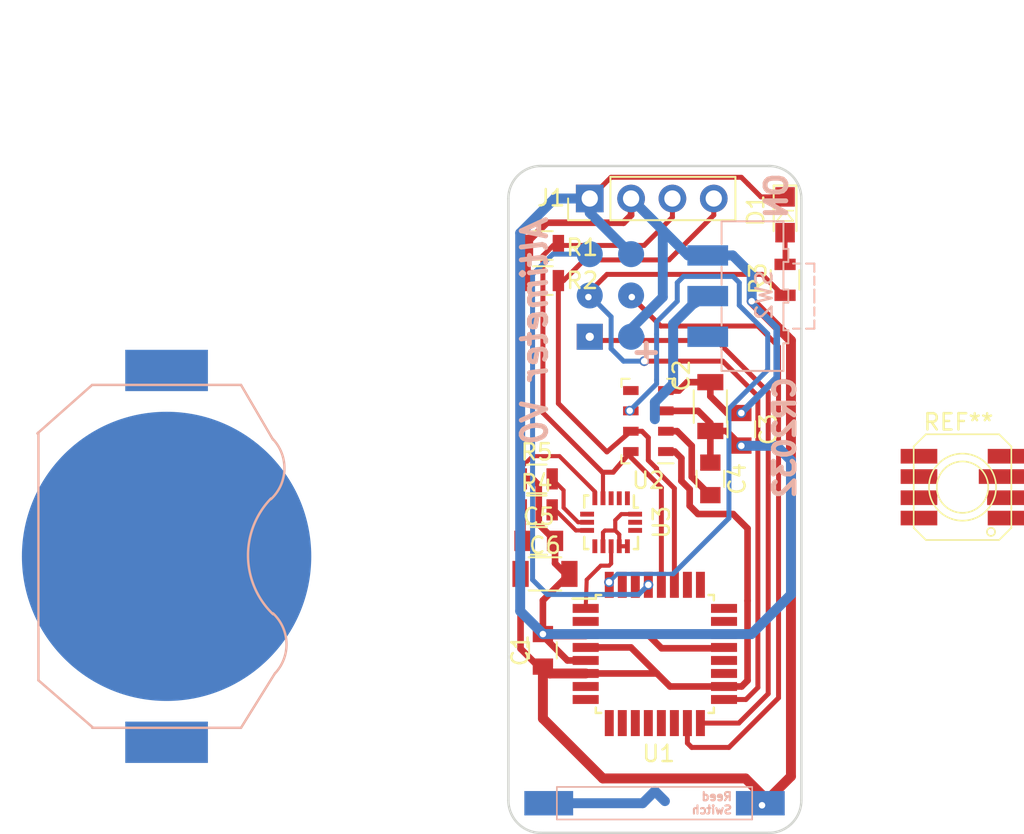
<source format=kicad_pcb>
(kicad_pcb (version 4) (host pcbnew 4.0.7)

  (general
    (links 59)
    (no_connects 8)
    (area 96.744999 63.9 147.655001 114.994)
    (thickness 1.6)
    (drawings 19)
    (tracks 264)
    (zones 0)
    (modules 21)
    (nets 40)
  )

  (page A4)
  (layers
    (0 F.Cu signal)
    (31 B.Cu signal)
    (32 B.Adhes user)
    (33 F.Adhes user)
    (34 B.Paste user)
    (35 F.Paste user)
    (36 B.SilkS user)
    (37 F.SilkS user)
    (38 B.Mask user)
    (39 F.Mask user)
    (40 Dwgs.User user)
    (41 Cmts.User user)
    (42 Eco1.User user)
    (43 Eco2.User user hide)
    (44 Edge.Cuts user)
    (45 Margin user)
    (46 B.CrtYd user)
    (47 F.CrtYd user)
    (48 B.Fab user)
    (49 F.Fab user hide)
  )

  (setup
    (last_trace_width 0.25)
    (user_trace_width 0.254)
    (user_trace_width 0.3048)
    (user_trace_width 0.4064)
    (user_trace_width 0.6096)
    (trace_clearance 0.2)
    (zone_clearance 0.508)
    (zone_45_only no)
    (trace_min 0.2)
    (segment_width 0.2)
    (edge_width 0.15)
    (via_size 0.6)
    (via_drill 0.4)
    (via_min_size 0.4)
    (via_min_drill 0.3)
    (uvia_size 0.3)
    (uvia_drill 0.1)
    (uvias_allowed no)
    (uvia_min_size 0.2)
    (uvia_min_drill 0.1)
    (pcb_text_width 0.3)
    (pcb_text_size 1.5 1.5)
    (mod_edge_width 0.15)
    (mod_text_size 1 1)
    (mod_text_width 0.15)
    (pad_size 1.6 1.6)
    (pad_drill 0.508)
    (pad_to_mask_clearance 0)
    (aux_axis_origin -2.54 3.81)
    (grid_origin 170.18 101.6)
    (visible_elements 7FFFFFFF)
    (pcbplotparams
      (layerselection 0x00030_80000001)
      (usegerberextensions false)
      (excludeedgelayer true)
      (linewidth 0.100000)
      (plotframeref false)
      (viasonmask false)
      (mode 1)
      (useauxorigin false)
      (hpglpennumber 1)
      (hpglpenspeed 20)
      (hpglpendiameter 15)
      (hpglpenoverlay 2)
      (psnegative false)
      (psa4output false)
      (plotreference true)
      (plotvalue true)
      (plotinvisibletext false)
      (padsonsilk false)
      (subtractmaskfromsilk false)
      (outputformat 1)
      (mirror false)
      (drillshape 1)
      (scaleselection 1)
      (outputdirectory ""))
  )

  (net 0 "")
  (net 1 "Net-(BT1-Pad1)")
  (net 2 "Net-(D1-Pad2)")
  (net 3 GND)
  (net 4 VCC)
  (net 5 "Net-(C4-Pad1)")
  (net 6 /MISO)
  (net 7 /SCK)
  (net 8 /MOSI)
  (net 9 /RESET)
  (net 10 /SCL)
  (net 11 /SDA)
  (net 12 "Net-(U1-Pad2)")
  (net 13 "Net-(U1-Pad7)")
  (net 14 "Net-(U1-Pad8)")
  (net 15 "Net-(U1-Pad9)")
  (net 16 "Net-(U1-Pad10)")
  (net 17 "Net-(U1-Pad11)")
  (net 18 "Net-(U1-Pad12)")
  (net 19 "Net-(U1-Pad13)")
  (net 20 "Net-(U1-Pad14)")
  (net 21 "Net-(U1-Pad19)")
  (net 22 "Net-(U1-Pad20)")
  (net 23 "Net-(U1-Pad22)")
  (net 24 "Net-(U1-Pad23)")
  (net 25 "Net-(U1-Pad24)")
  (net 26 "Net-(U1-Pad25)")
  (net 27 "Net-(U1-Pad26)")
  (net 28 "Net-(U1-Pad30)")
  (net 29 "Net-(U1-Pad31)")
  (net 30 /INT1)
  (net 31 "Net-(SW2-Pad3)")
  (net 32 "Net-(R4-Pad2)")
  (net 33 /SDO)
  (net 34 /INT0)
  (net 35 "Net-(U2-Pad5)")
  (net 36 "Net-(U3-Pad3)")
  (net 37 "Net-(U3-Pad2)")
  (net 38 "Net-(U3-Pad9)")
  (net 39 "Net-(U3-Pad15)")

  (net_class Default "This is the default net class."
    (clearance 0.2)
    (trace_width 0.25)
    (via_dia 0.6)
    (via_drill 0.4)
    (uvia_dia 0.3)
    (uvia_drill 0.1)
    (add_net /INT0)
    (add_net /INT1)
    (add_net /MISO)
    (add_net /MOSI)
    (add_net /RESET)
    (add_net /SCK)
    (add_net /SCL)
    (add_net /SDA)
    (add_net /SDO)
    (add_net GND)
    (add_net "Net-(BT1-Pad1)")
    (add_net "Net-(C4-Pad1)")
    (add_net "Net-(D1-Pad2)")
    (add_net "Net-(R4-Pad2)")
    (add_net "Net-(SW2-Pad3)")
    (add_net "Net-(U1-Pad10)")
    (add_net "Net-(U1-Pad11)")
    (add_net "Net-(U1-Pad12)")
    (add_net "Net-(U1-Pad13)")
    (add_net "Net-(U1-Pad14)")
    (add_net "Net-(U1-Pad19)")
    (add_net "Net-(U1-Pad2)")
    (add_net "Net-(U1-Pad20)")
    (add_net "Net-(U1-Pad22)")
    (add_net "Net-(U1-Pad23)")
    (add_net "Net-(U1-Pad24)")
    (add_net "Net-(U1-Pad25)")
    (add_net "Net-(U1-Pad26)")
    (add_net "Net-(U1-Pad30)")
    (add_net "Net-(U1-Pad31)")
    (add_net "Net-(U1-Pad7)")
    (add_net "Net-(U1-Pad8)")
    (add_net "Net-(U1-Pad9)")
    (add_net "Net-(U2-Pad5)")
    (add_net "Net-(U3-Pad15)")
    (add_net "Net-(U3-Pad2)")
    (add_net "Net-(U3-Pad3)")
    (add_net "Net-(U3-Pad9)")
    (add_net VCC)
  )

  (module LEDs:LED_0805 (layer F.Cu) (tedit 5B4A3517) (tstamp 5B4A3A59)
    (at 145.18 76.6 270)
    (descr "LED 0805 smd package")
    (tags "LED led 0805 SMD smd SMT smt smdled SMDLED smtled SMTLED")
    (path /5B4A84E5)
    (attr smd)
    (fp_text reference D1 (at -0.273 1.797 270) (layer F.SilkS)
      (effects (font (size 1 1) (thickness 0.15)))
    )
    (fp_text value LED (at 0 1.55 270) (layer F.Fab)
      (effects (font (size 1 1) (thickness 0.15)))
    )
    (fp_line (start -0.254 0) (end 0.381 -0.508) (layer F.SilkS) (width 0.1))
    (fp_line (start 0.381 -0.508) (end 0.381 0.508) (layer F.SilkS) (width 0.1))
    (fp_line (start 0.381 0.508) (end -0.254 0) (layer F.SilkS) (width 0.1))
    (fp_line (start -0.254 -0.508) (end -0.254 0.508) (layer F.SilkS) (width 0.1))
    (fp_line (start -1.8 -0.7) (end -1.8 0.7) (layer F.SilkS) (width 0.12))
    (fp_line (start -0.4 -0.4) (end -0.4 0.4) (layer F.Fab) (width 0.1))
    (fp_line (start -0.4 0) (end 0.2 -0.4) (layer F.Fab) (width 0.1))
    (fp_line (start 0.2 0.4) (end -0.4 0) (layer F.Fab) (width 0.1))
    (fp_line (start 0.2 -0.4) (end 0.2 0.4) (layer F.Fab) (width 0.1))
    (fp_line (start 1 0.6) (end -1 0.6) (layer F.Fab) (width 0.1))
    (fp_line (start 1 -0.6) (end 1 0.6) (layer F.Fab) (width 0.1))
    (fp_line (start -1 -0.6) (end 1 -0.6) (layer F.Fab) (width 0.1))
    (fp_line (start -1 0.6) (end -1 -0.6) (layer F.Fab) (width 0.1))
    (fp_line (start -1.8 0.7) (end 1 0.7) (layer F.SilkS) (width 0.12))
    (fp_line (start -1.8 -0.7) (end 1 -0.7) (layer F.SilkS) (width 0.12))
    (fp_line (start 1.95 -0.85) (end 1.95 0.85) (layer F.CrtYd) (width 0.05))
    (fp_line (start 1.95 0.85) (end -1.95 0.85) (layer F.CrtYd) (width 0.05))
    (fp_line (start -1.95 0.85) (end -1.95 -0.85) (layer F.CrtYd) (width 0.05))
    (fp_line (start -1.95 -0.85) (end 1.95 -0.85) (layer F.CrtYd) (width 0.05))
    (fp_text user %R (at 0 -1.25 270) (layer F.Fab)
      (effects (font (size 0.4 0.4) (thickness 0.1)))
    )
    (pad 2 smd rect (at 1.1 0 90) (size 1.2 1.2) (layers F.Cu F.Paste F.Mask)
      (net 2 "Net-(D1-Pad2)"))
    (pad 1 smd rect (at -1.1 0 90) (size 1.2 1.2) (layers F.Cu F.Paste F.Mask)
      (net 3 GND))
    (model ${KISYS3DMOD}/LEDs.3dshapes/LED_0805.wrl
      (at (xyz 0 0 0))
      (scale (xyz 1 1 1))
      (rotate (xyz 0 0 180))
    )
  )

  (module myFootPrints:BATT_CR2032_SMD (layer B.Cu) (tedit 56CFB5D2) (tstamp 5B4A0E4F)
    (at 107.18 97.6 270)
    (tags battery)
    (path /5AF1FE3D)
    (fp_text reference BT1 (at 0 -5.08 270) (layer B.SilkS) hide
      (effects (font (size 1.72974 1.08712) (thickness 0.27178)) (justify mirror))
    )
    (fp_text value Battery_Cell (at 0 2.54 270) (layer B.SilkS) hide
      (effects (font (size 1.524 1.016) (thickness 0.254)) (justify mirror))
    )
    (fp_line (start -7.1755 -6.5405) (end -10.541 -4.572) (layer B.SilkS) (width 0.15))
    (fp_line (start 7.1755 -6.6675) (end 10.541 -4.572) (layer B.SilkS) (width 0.15))
    (fp_arc (start -5.4229 -4.6355) (end -3.5179 -6.4135) (angle -90) (layer B.SilkS) (width 0.15))
    (fp_arc (start 5.4102 -4.7625) (end 7.1882 -6.6675) (angle -90) (layer B.SilkS) (width 0.15))
    (fp_arc (start -0.0635 -10.033) (end -3.556 -6.4135) (angle -90) (layer B.SilkS) (width 0.15))
    (fp_line (start 7.62 7.874) (end 10.541 4.5085) (layer B.SilkS) (width 0.15))
    (fp_line (start -10.541 4.572) (end -7.5565 7.9375) (layer B.SilkS) (width 0.15))
    (fp_line (start -7.62 7.874) (end 7.62 7.874) (layer B.SilkS) (width 0.15))
    (fp_line (start -10.541 -4.572) (end -10.541 4.572) (layer B.SilkS) (width 0.15))
    (fp_line (start 10.541 -4.572) (end 10.541 4.572) (layer B.SilkS) (width 0.15))
    (fp_circle (center 0 0) (end -10.16 0) (layer Dwgs.User) (width 0.15))
    (pad 2 smd circle (at 0 0 270) (size 17.78 17.78) (layers B.Cu B.Paste B.Mask)
      (net 3 GND))
    (pad 1 smd rect (at -11.43 0 270) (size 2.54 5.08) (layers B.Cu B.Paste B.Mask)
      (net 1 "Net-(BT1-Pad1)"))
    (pad 1 smd rect (at 11.43 0 270) (size 2.54 5.08) (layers B.Cu B.Paste B.Mask)
      (net 1 "Net-(BT1-Pad1)"))
  )

  (module footprints:REED_SWITCH (layer B.Cu) (tedit 5B4A3603) (tstamp 5B4A15D7)
    (at 137.16 112.776 180)
    (descr "Resistor SMD 1206, reflow soldering, Vishay (see dcrcw.pdf)")
    (tags "resistor 1206")
    (path /5B4A076E)
    (attr smd)
    (fp_text reference SW1 (at 0 1.85 180) (layer B.SilkS) hide
      (effects (font (size 1 1) (thickness 0.15)) (justify mirror))
    )
    (fp_text value SW_Reed (at 0 -1.143 180) (layer B.SilkS) hide
      (effects (font (size 1 1) (thickness 0.15)) (justify mirror))
    )
    (fp_line (start -6 1) (end 6 1) (layer B.SilkS) (width 0.1))
    (fp_line (start 6 1) (end 6 -1) (layer B.SilkS) (width 0.1))
    (fp_line (start 6 -1) (end -6 -1) (layer B.SilkS) (width 0.1))
    (fp_line (start -6 -1) (end -6 1) (layer B.SilkS) (width 0.1))
    (fp_text user %R (at 0 0 180) (layer B.Fab)
      (effects (font (size 0.7 0.7) (thickness 0.105)) (justify mirror))
    )
    (fp_line (start -2.15 1.11) (end 2.15 1.11) (layer B.CrtYd) (width 0.05))
    (fp_line (start -2.15 1.11) (end -2.15 -1.1) (layer B.CrtYd) (width 0.05))
    (fp_line (start 2.15 -1.1) (end 2.15 1.11) (layer B.CrtYd) (width 0.05))
    (fp_line (start 2.15 -1.1) (end -2.15 -1.1) (layer B.CrtYd) (width 0.05))
    (pad 1 smd rect (at -6.5 0 180) (size 3 1.5) (layers B.Cu B.Paste B.Mask)
      (net 4 VCC))
    (pad 2 smd rect (at 6.5 0 180) (size 3 1.5) (layers B.Cu B.Paste B.Mask)
      (net 1 "Net-(BT1-Pad1)"))
    (model ${KISYS3DMOD}/Resistors_SMD.3dshapes/R_1206.wrl
      (at (xyz 0 0 0))
      (scale (xyz 1 1 1))
      (rotate (xyz 0 0 0))
    )
  )

  (module Capacitors_SMD:C_0805 (layer F.Cu) (tedit 5B4A3552) (tstamp 5B4A3A16)
    (at 130.302 103.378 270)
    (descr "Capacitor SMD 0805, reflow soldering, AVX (see smccp.pdf)")
    (tags "capacitor 0805")
    (path /5B4A3F76)
    (attr smd)
    (fp_text reference C1 (at 0 1.397 270) (layer F.SilkS)
      (effects (font (size 1 1) (thickness 0.15)))
    )
    (fp_text value 0.1uF (at 0 1.75 270) (layer F.Fab)
      (effects (font (size 1 1) (thickness 0.15)))
    )
    (fp_text user %R (at 0 -1.5 270) (layer F.Fab)
      (effects (font (size 1 1) (thickness 0.15)))
    )
    (fp_line (start -1 0.62) (end -1 -0.62) (layer F.Fab) (width 0.1))
    (fp_line (start 1 0.62) (end -1 0.62) (layer F.Fab) (width 0.1))
    (fp_line (start 1 -0.62) (end 1 0.62) (layer F.Fab) (width 0.1))
    (fp_line (start -1 -0.62) (end 1 -0.62) (layer F.Fab) (width 0.1))
    (fp_line (start 0.5 -0.85) (end -0.5 -0.85) (layer F.SilkS) (width 0.12))
    (fp_line (start -0.5 0.85) (end 0.5 0.85) (layer F.SilkS) (width 0.12))
    (fp_line (start -1.75 -0.88) (end 1.75 -0.88) (layer F.CrtYd) (width 0.05))
    (fp_line (start -1.75 -0.88) (end -1.75 0.87) (layer F.CrtYd) (width 0.05))
    (fp_line (start 1.75 0.87) (end 1.75 -0.88) (layer F.CrtYd) (width 0.05))
    (fp_line (start 1.75 0.87) (end -1.75 0.87) (layer F.CrtYd) (width 0.05))
    (pad 1 smd rect (at -1 0 270) (size 1 1.25) (layers F.Cu F.Paste F.Mask)
      (net 3 GND))
    (pad 2 smd rect (at 1 0 270) (size 1 1.25) (layers F.Cu F.Paste F.Mask)
      (net 4 VCC))
    (model Capacitors_SMD.3dshapes/C_0805.wrl
      (at (xyz 0 0 0))
      (scale (xyz 1 1 1))
      (rotate (xyz 0 0 0))
    )
  )

  (module Capacitors_SMD:C_1206 (layer F.Cu) (tedit 5B4A353C) (tstamp 5B4A3A27)
    (at 140.589 88.392 270)
    (descr "Capacitor SMD 1206, reflow soldering, AVX (see smccp.pdf)")
    (tags "capacitor 1206")
    (path /5B4A34FF)
    (attr smd)
    (fp_text reference C2 (at -1.905 1.778 270) (layer F.SilkS)
      (effects (font (size 1 1) (thickness 0.15)))
    )
    (fp_text value 10uF (at 0 2 270) (layer F.Fab)
      (effects (font (size 1 1) (thickness 0.15)))
    )
    (fp_text user %R (at 0 -1.75 270) (layer F.Fab)
      (effects (font (size 1 1) (thickness 0.15)))
    )
    (fp_line (start -1.6 0.8) (end -1.6 -0.8) (layer F.Fab) (width 0.1))
    (fp_line (start 1.6 0.8) (end -1.6 0.8) (layer F.Fab) (width 0.1))
    (fp_line (start 1.6 -0.8) (end 1.6 0.8) (layer F.Fab) (width 0.1))
    (fp_line (start -1.6 -0.8) (end 1.6 -0.8) (layer F.Fab) (width 0.1))
    (fp_line (start 1 -1.02) (end -1 -1.02) (layer F.SilkS) (width 0.12))
    (fp_line (start -1 1.02) (end 1 1.02) (layer F.SilkS) (width 0.12))
    (fp_line (start -2.25 -1.05) (end 2.25 -1.05) (layer F.CrtYd) (width 0.05))
    (fp_line (start -2.25 -1.05) (end -2.25 1.05) (layer F.CrtYd) (width 0.05))
    (fp_line (start 2.25 1.05) (end 2.25 -1.05) (layer F.CrtYd) (width 0.05))
    (fp_line (start 2.25 1.05) (end -2.25 1.05) (layer F.CrtYd) (width 0.05))
    (pad 1 smd rect (at -1.5 0 270) (size 1 1.6) (layers F.Cu F.Paste F.Mask)
      (net 4 VCC))
    (pad 2 smd rect (at 1.5 0 270) (size 1 1.6) (layers F.Cu F.Paste F.Mask)
      (net 3 GND))
    (model Capacitors_SMD.3dshapes/C_1206.wrl
      (at (xyz 0 0 0))
      (scale (xyz 1 1 1))
      (rotate (xyz 0 0 0))
    )
  )

  (module Capacitors_SMD:C_0805 (layer F.Cu) (tedit 5B4A3541) (tstamp 5B4A3A38)
    (at 142.494 89.789 270)
    (descr "Capacitor SMD 0805, reflow soldering, AVX (see smccp.pdf)")
    (tags "capacitor 0805")
    (path /5B4A364F)
    (attr smd)
    (fp_text reference C3 (at 0 -1.651 270) (layer F.SilkS)
      (effects (font (size 1 1) (thickness 0.15)))
    )
    (fp_text value 0.1uF (at 0 1.75 270) (layer F.Fab)
      (effects (font (size 1 1) (thickness 0.15)))
    )
    (fp_text user %R (at 0 -1.5 270) (layer F.Fab)
      (effects (font (size 1 1) (thickness 0.15)))
    )
    (fp_line (start -1 0.62) (end -1 -0.62) (layer F.Fab) (width 0.1))
    (fp_line (start 1 0.62) (end -1 0.62) (layer F.Fab) (width 0.1))
    (fp_line (start 1 -0.62) (end 1 0.62) (layer F.Fab) (width 0.1))
    (fp_line (start -1 -0.62) (end 1 -0.62) (layer F.Fab) (width 0.1))
    (fp_line (start 0.5 -0.85) (end -0.5 -0.85) (layer F.SilkS) (width 0.12))
    (fp_line (start -0.5 0.85) (end 0.5 0.85) (layer F.SilkS) (width 0.12))
    (fp_line (start -1.75 -0.88) (end 1.75 -0.88) (layer F.CrtYd) (width 0.05))
    (fp_line (start -1.75 -0.88) (end -1.75 0.87) (layer F.CrtYd) (width 0.05))
    (fp_line (start 1.75 0.87) (end 1.75 -0.88) (layer F.CrtYd) (width 0.05))
    (fp_line (start 1.75 0.87) (end -1.75 0.87) (layer F.CrtYd) (width 0.05))
    (pad 1 smd rect (at -1 0 270) (size 1 1.25) (layers F.Cu F.Paste F.Mask)
      (net 4 VCC))
    (pad 2 smd rect (at 1 0 270) (size 1 1.25) (layers F.Cu F.Paste F.Mask)
      (net 3 GND))
    (model Capacitors_SMD.3dshapes/C_0805.wrl
      (at (xyz 0 0 0))
      (scale (xyz 1 1 1))
      (rotate (xyz 0 0 0))
    )
  )

  (module Capacitors_SMD:C_0805 (layer F.Cu) (tedit 5B4A3569) (tstamp 5B4A3A49)
    (at 140.589 92.837 90)
    (descr "Capacitor SMD 0805, reflow soldering, AVX (see smccp.pdf)")
    (tags "capacitor 0805")
    (path /5B4A29A6)
    (attr smd)
    (fp_text reference C4 (at 0 1.651 90) (layer F.SilkS)
      (effects (font (size 1 1) (thickness 0.15)))
    )
    (fp_text value 0.1uF (at 0 1.75 90) (layer F.Fab)
      (effects (font (size 1 1) (thickness 0.15)))
    )
    (fp_text user %R (at 0 -1.5 90) (layer F.Fab)
      (effects (font (size 1 1) (thickness 0.15)))
    )
    (fp_line (start -1 0.62) (end -1 -0.62) (layer F.Fab) (width 0.1))
    (fp_line (start 1 0.62) (end -1 0.62) (layer F.Fab) (width 0.1))
    (fp_line (start 1 -0.62) (end 1 0.62) (layer F.Fab) (width 0.1))
    (fp_line (start -1 -0.62) (end 1 -0.62) (layer F.Fab) (width 0.1))
    (fp_line (start 0.5 -0.85) (end -0.5 -0.85) (layer F.SilkS) (width 0.12))
    (fp_line (start -0.5 0.85) (end 0.5 0.85) (layer F.SilkS) (width 0.12))
    (fp_line (start -1.75 -0.88) (end 1.75 -0.88) (layer F.CrtYd) (width 0.05))
    (fp_line (start -1.75 -0.88) (end -1.75 0.87) (layer F.CrtYd) (width 0.05))
    (fp_line (start 1.75 0.87) (end 1.75 -0.88) (layer F.CrtYd) (width 0.05))
    (fp_line (start 1.75 0.87) (end -1.75 0.87) (layer F.CrtYd) (width 0.05))
    (pad 1 smd rect (at -1 0 90) (size 1 1.25) (layers F.Cu F.Paste F.Mask)
      (net 5 "Net-(C4-Pad1)"))
    (pad 2 smd rect (at 1 0 90) (size 1 1.25) (layers F.Cu F.Paste F.Mask)
      (net 3 GND))
    (model Capacitors_SMD.3dshapes/C_0805.wrl
      (at (xyz 0 0 0))
      (scale (xyz 1 1 1))
      (rotate (xyz 0 0 0))
    )
  )

  (module myFootPrints:AVR-ISP-6 (layer B.Cu) (tedit 5B4A3A0A) (tstamp 5B4A3A53)
    (at 133.18 84.1)
    (descr "6-lead dip package, row spacing 7.62 mm (300 mils)")
    (tags "dil dip 2.54 300")
    (path /5B4A5ED5)
    (fp_text reference CON1 (at 0 2.54) (layer B.SilkS) hide
      (effects (font (size 1 1) (thickness 0.15)) (justify mirror))
    )
    (fp_text value AVR-ISP-6 (at 0 3.72) (layer B.Fab) hide
      (effects (font (size 1 1) (thickness 0.15)) (justify mirror))
    )
    (pad 1 thru_hole rect (at 0 0) (size 1.6 1.6) (drill 0.508) (layers *.Cu B.Mask)
      (net 6 /MISO))
    (pad 2 smd circle (at 2.54 0) (size 1.6 1.6) (layers B.Cu B.Paste B.Mask)
      (net 4 VCC))
    (pad 3 smd oval (at 0 -2.54) (size 1.6 1.6) (layers B.Cu B.Paste B.Mask)
      (net 7 /SCK))
    (pad 4 smd oval (at 2.54 -2.54) (size 1.6 1.6) (layers B.Cu B.Paste B.Mask)
      (net 8 /MOSI))
    (pad 5 smd oval (at 0 -5.08) (size 1.6 1.6) (layers B.Cu B.Paste B.Mask)
      (net 9 /RESET))
    (pad 6 smd oval (at 2.54 -5.08) (size 1.6 1.6) (layers B.Cu B.Paste B.Mask)
      (net 3 GND))
  )

  (module Pin_Headers:Pin_Header_Straight_1x04_Pitch2.54mm (layer F.Cu) (tedit 5B4A358B) (tstamp 5B4A3A71)
    (at 133.18 75.6 90)
    (descr "Through hole straight pin header, 1x04, 2.54mm pitch, single row")
    (tags "Through hole pin header THT 1x04 2.54mm single row")
    (path /5B4A13C3)
    (fp_text reference J1 (at 0.035 -2.37 180) (layer F.SilkS)
      (effects (font (size 1 1) (thickness 0.15)))
    )
    (fp_text value Display (at 0 9.95 90) (layer F.Fab)
      (effects (font (size 1 1) (thickness 0.15)))
    )
    (fp_line (start -0.635 -1.27) (end 1.27 -1.27) (layer F.Fab) (width 0.1))
    (fp_line (start 1.27 -1.27) (end 1.27 8.89) (layer F.Fab) (width 0.1))
    (fp_line (start 1.27 8.89) (end -1.27 8.89) (layer F.Fab) (width 0.1))
    (fp_line (start -1.27 8.89) (end -1.27 -0.635) (layer F.Fab) (width 0.1))
    (fp_line (start -1.27 -0.635) (end -0.635 -1.27) (layer F.Fab) (width 0.1))
    (fp_line (start -1.33 8.95) (end 1.33 8.95) (layer F.SilkS) (width 0.12))
    (fp_line (start -1.33 1.27) (end -1.33 8.95) (layer F.SilkS) (width 0.12))
    (fp_line (start 1.33 1.27) (end 1.33 8.95) (layer F.SilkS) (width 0.12))
    (fp_line (start -1.33 1.27) (end 1.33 1.27) (layer F.SilkS) (width 0.12))
    (fp_line (start -1.33 0) (end -1.33 -1.33) (layer F.SilkS) (width 0.12))
    (fp_line (start -1.33 -1.33) (end 0 -1.33) (layer F.SilkS) (width 0.12))
    (fp_line (start -1.8 -1.8) (end -1.8 9.4) (layer F.CrtYd) (width 0.05))
    (fp_line (start -1.8 9.4) (end 1.8 9.4) (layer F.CrtYd) (width 0.05))
    (fp_line (start 1.8 9.4) (end 1.8 -1.8) (layer F.CrtYd) (width 0.05))
    (fp_line (start 1.8 -1.8) (end -1.8 -1.8) (layer F.CrtYd) (width 0.05))
    (fp_text user %R (at 0 3.81 180) (layer F.Fab)
      (effects (font (size 1 1) (thickness 0.15)))
    )
    (pad 1 thru_hole rect (at 0 0 90) (size 1.7 1.7) (drill 1) (layers *.Cu *.Mask)
      (net 3 GND))
    (pad 2 thru_hole oval (at 0 2.54 90) (size 1.7 1.7) (drill 1) (layers *.Cu *.Mask)
      (net 4 VCC))
    (pad 3 thru_hole oval (at 0 5.08 90) (size 1.7 1.7) (drill 1) (layers *.Cu *.Mask)
      (net 10 /SCL))
    (pad 4 thru_hole oval (at 0 7.62 90) (size 1.7 1.7) (drill 1) (layers *.Cu *.Mask)
      (net 11 /SDA))
    (model ${KISYS3DMOD}/Pin_Headers.3dshapes/Pin_Header_Straight_1x04_Pitch2.54mm.wrl
      (at (xyz 0 0 0))
      (scale (xyz 1 1 1))
      (rotate (xyz 0 0 0))
    )
  )

  (module Resistors_SMD:R_0805 (layer F.Cu) (tedit 5B4A3587) (tstamp 5B4A3A82)
    (at 130.302 78.486)
    (descr "Resistor SMD 0805, reflow soldering, Vishay (see dcrcw.pdf)")
    (tags "resistor 0805")
    (path /5B4A2460)
    (attr smd)
    (fp_text reference R1 (at 2.413 0.127) (layer F.SilkS)
      (effects (font (size 1 1) (thickness 0.15)))
    )
    (fp_text value 1K (at 0 1.75) (layer F.Fab)
      (effects (font (size 1 1) (thickness 0.15)))
    )
    (fp_text user %R (at 0 0) (layer F.Fab)
      (effects (font (size 0.5 0.5) (thickness 0.075)))
    )
    (fp_line (start -1 0.62) (end -1 -0.62) (layer F.Fab) (width 0.1))
    (fp_line (start 1 0.62) (end -1 0.62) (layer F.Fab) (width 0.1))
    (fp_line (start 1 -0.62) (end 1 0.62) (layer F.Fab) (width 0.1))
    (fp_line (start -1 -0.62) (end 1 -0.62) (layer F.Fab) (width 0.1))
    (fp_line (start 0.6 0.88) (end -0.6 0.88) (layer F.SilkS) (width 0.12))
    (fp_line (start -0.6 -0.88) (end 0.6 -0.88) (layer F.SilkS) (width 0.12))
    (fp_line (start -1.55 -0.9) (end 1.55 -0.9) (layer F.CrtYd) (width 0.05))
    (fp_line (start -1.55 -0.9) (end -1.55 0.9) (layer F.CrtYd) (width 0.05))
    (fp_line (start 1.55 0.9) (end 1.55 -0.9) (layer F.CrtYd) (width 0.05))
    (fp_line (start 1.55 0.9) (end -1.55 0.9) (layer F.CrtYd) (width 0.05))
    (pad 1 smd rect (at -0.95 0) (size 0.7 1.3) (layers F.Cu F.Paste F.Mask)
      (net 4 VCC))
    (pad 2 smd rect (at 0.95 0) (size 0.7 1.3) (layers F.Cu F.Paste F.Mask)
      (net 10 /SCL))
    (model ${KISYS3DMOD}/Resistors_SMD.3dshapes/R_0805.wrl
      (at (xyz 0 0 0))
      (scale (xyz 1 1 1))
      (rotate (xyz 0 0 0))
    )
  )

  (module Resistors_SMD:R_0805 (layer F.Cu) (tedit 5B4A3574) (tstamp 5B4A3A93)
    (at 130.302 80.645)
    (descr "Resistor SMD 0805, reflow soldering, Vishay (see dcrcw.pdf)")
    (tags "resistor 0805")
    (path /5B4A240C)
    (attr smd)
    (fp_text reference R2 (at 2.413 0) (layer F.SilkS)
      (effects (font (size 1 1) (thickness 0.15)))
    )
    (fp_text value 1K (at 0 1.75) (layer F.Fab)
      (effects (font (size 1 1) (thickness 0.15)))
    )
    (fp_text user %R (at 0 0) (layer F.Fab)
      (effects (font (size 0.5 0.5) (thickness 0.075)))
    )
    (fp_line (start -1 0.62) (end -1 -0.62) (layer F.Fab) (width 0.1))
    (fp_line (start 1 0.62) (end -1 0.62) (layer F.Fab) (width 0.1))
    (fp_line (start 1 -0.62) (end 1 0.62) (layer F.Fab) (width 0.1))
    (fp_line (start -1 -0.62) (end 1 -0.62) (layer F.Fab) (width 0.1))
    (fp_line (start 0.6 0.88) (end -0.6 0.88) (layer F.SilkS) (width 0.12))
    (fp_line (start -0.6 -0.88) (end 0.6 -0.88) (layer F.SilkS) (width 0.12))
    (fp_line (start -1.55 -0.9) (end 1.55 -0.9) (layer F.CrtYd) (width 0.05))
    (fp_line (start -1.55 -0.9) (end -1.55 0.9) (layer F.CrtYd) (width 0.05))
    (fp_line (start 1.55 0.9) (end 1.55 -0.9) (layer F.CrtYd) (width 0.05))
    (fp_line (start 1.55 0.9) (end -1.55 0.9) (layer F.CrtYd) (width 0.05))
    (pad 1 smd rect (at -0.95 0) (size 0.7 1.3) (layers F.Cu F.Paste F.Mask)
      (net 4 VCC))
    (pad 2 smd rect (at 0.95 0) (size 0.7 1.3) (layers F.Cu F.Paste F.Mask)
      (net 11 /SDA))
    (model ${KISYS3DMOD}/Resistors_SMD.3dshapes/R_0805.wrl
      (at (xyz 0 0 0))
      (scale (xyz 1 1 1))
      (rotate (xyz 0 0 0))
    )
  )

  (module Resistors_SMD:R_0805 (layer F.Cu) (tedit 5B4A35B2) (tstamp 5B4A3AA4)
    (at 145.18 80.6 270)
    (descr "Resistor SMD 0805, reflow soldering, Vishay (see dcrcw.pdf)")
    (tags "resistor 0805")
    (path /5B4A8477)
    (attr smd)
    (fp_text reference R3 (at -0.082 1.67 270) (layer F.SilkS)
      (effects (font (size 1 1) (thickness 0.15)))
    )
    (fp_text value 1K (at 0 1.75 270) (layer F.Fab)
      (effects (font (size 1 1) (thickness 0.15)))
    )
    (fp_text user %R (at 0 0 270) (layer F.Fab)
      (effects (font (size 0.5 0.5) (thickness 0.075)))
    )
    (fp_line (start -1 0.62) (end -1 -0.62) (layer F.Fab) (width 0.1))
    (fp_line (start 1 0.62) (end -1 0.62) (layer F.Fab) (width 0.1))
    (fp_line (start 1 -0.62) (end 1 0.62) (layer F.Fab) (width 0.1))
    (fp_line (start -1 -0.62) (end 1 -0.62) (layer F.Fab) (width 0.1))
    (fp_line (start 0.6 0.88) (end -0.6 0.88) (layer F.SilkS) (width 0.12))
    (fp_line (start -0.6 -0.88) (end 0.6 -0.88) (layer F.SilkS) (width 0.12))
    (fp_line (start -1.55 -0.9) (end 1.55 -0.9) (layer F.CrtYd) (width 0.05))
    (fp_line (start -1.55 -0.9) (end -1.55 0.9) (layer F.CrtYd) (width 0.05))
    (fp_line (start 1.55 0.9) (end 1.55 -0.9) (layer F.CrtYd) (width 0.05))
    (fp_line (start 1.55 0.9) (end -1.55 0.9) (layer F.CrtYd) (width 0.05))
    (pad 1 smd rect (at -0.95 0 270) (size 0.7 1.3) (layers F.Cu F.Paste F.Mask)
      (net 2 "Net-(D1-Pad2)"))
    (pad 2 smd rect (at 0.95 0 270) (size 0.7 1.3) (layers F.Cu F.Paste F.Mask)
      (net 7 /SCK))
    (model ${KISYS3DMOD}/Resistors_SMD.3dshapes/R_0805.wrl
      (at (xyz 0 0 0))
      (scale (xyz 1 1 1))
      (rotate (xyz 0 0 0))
    )
  )

  (module Buttons_Switches_SMD:SW_SPDT_CK-JS102011SAQN (layer B.Cu) (tedit 5B4A35BB) (tstamp 5B4A3AAD)
    (at 143.18 81.6 270)
    (descr http://www.ckswitches.com/media/1422/js.pdf)
    (tags "switch spdt")
    (path /5B4A3BF4)
    (attr smd)
    (fp_text reference SW2 (at -0.066 -0.711 270) (layer B.SilkS)
      (effects (font (size 1 1) (thickness 0.15)) (justify mirror))
    )
    (fp_text value SW_SPDT (at 0 2.9 270) (layer B.Fab)
      (effects (font (size 1 1) (thickness 0.15)) (justify mirror))
    )
    (fp_line (start -4.5 1.8) (end 4.5 1.8) (layer B.Fab) (width 0.1))
    (fp_line (start 4.5 1.8) (end 4.5 -1.8) (layer B.Fab) (width 0.1))
    (fp_line (start 4.5 -1.8) (end -4.4 -1.8) (layer B.Fab) (width 0.1))
    (fp_line (start -4.4 -1.8) (end -4.5 -1.8) (layer B.Fab) (width 0.1))
    (fp_line (start -4.5 -1.8) (end -4.5 -1.8) (layer B.Fab) (width 0.1))
    (fp_line (start -4.5 1.8) (end -4.5 -1.8) (layer B.Fab) (width 0.1))
    (fp_line (start -4.5 -1.8) (end -4.5 -1.8) (layer B.Fab) (width 0.1))
    (fp_text user %R (at 0 0 270) (layer B.Fab)
      (effects (font (size 1 1) (thickness 0.15)) (justify mirror))
    )
    (fp_line (start -1.5 -1.8) (end -1.5 -1.8) (layer B.Fab) (width 0.1))
    (fp_line (start 3.2 1.9) (end 4.6 1.9) (layer B.SilkS) (width 0.12))
    (fp_line (start 4.6 1.9) (end 4.6 -1.9) (layer B.SilkS) (width 0.12))
    (fp_line (start -4.6 -1.9) (end -4.6 1.9) (layer B.SilkS) (width 0.12))
    (fp_line (start -4.6 1.9) (end -3.2 1.9) (layer B.SilkS) (width 0.12))
    (fp_line (start 1.8 1.9) (end 0.7 1.9) (layer B.SilkS) (width 0.12))
    (fp_line (start 0.7 1.9) (end 0.7 1.9) (layer B.SilkS) (width 0.12))
    (fp_line (start -0.7 1.9) (end -1.8 1.9) (layer B.SilkS) (width 0.12))
    (fp_line (start -1.8 1.9) (end -1.8 1.9) (layer B.SilkS) (width 0.12))
    (fp_line (start 0.3 -1.8) (end 0.3 -2.1) (layer B.Fab) (width 0.1))
    (fp_line (start 0.3 -2.1) (end -0.3 -2.1) (layer B.Fab) (width 0.1))
    (fp_line (start -0.3 -2.1) (end -0.3 -1.8) (layer B.Fab) (width 0.1))
    (fp_line (start -0.3 -1.8) (end -0.3 -1.8) (layer B.Fab) (width 0.1))
    (fp_line (start -2.2 -1.8) (end -2.2 -2.1) (layer B.Fab) (width 0.1))
    (fp_line (start -2.2 -2.1) (end -2.8 -2.1) (layer B.Fab) (width 0.1))
    (fp_line (start -2.8 -2.1) (end -2.8 -1.8) (layer B.Fab) (width 0.1))
    (fp_line (start -2.8 -1.8) (end -2.8 -1.8) (layer B.Fab) (width 0.1))
    (fp_line (start 2.2 -1.8) (end 2.2 -2.1) (layer B.Fab) (width 0.1))
    (fp_line (start 2.2 -2.1) (end 2.8 -2.1) (layer B.Fab) (width 0.1))
    (fp_line (start 2.8 -2.1) (end 2.8 -1.8) (layer B.Fab) (width 0.1))
    (fp_line (start 2.8 -1.8) (end 2.8 -1.8) (layer B.Fab) (width 0.1))
    (fp_line (start 4.6 -1.9) (end 2.9 -1.9) (layer B.SilkS) (width 0.12))
    (fp_line (start 2.9 -1.9) (end 2.9 -2.2) (layer B.SilkS) (width 0.12))
    (fp_line (start 2.9 -2.2) (end 2.1 -2.2) (layer B.SilkS) (width 0.12))
    (fp_line (start 2.1 -2.2) (end 2.1 -1.9) (layer B.SilkS) (width 0.12))
    (fp_line (start 2.1 -1.9) (end 0.4 -1.9) (layer B.SilkS) (width 0.12))
    (fp_line (start 0.4 -1.9) (end 0.4 -2.2) (layer B.SilkS) (width 0.12))
    (fp_line (start 0.4 -2.2) (end -0.4 -2.2) (layer B.SilkS) (width 0.12))
    (fp_line (start -0.4 -2.2) (end -0.4 -1.9) (layer B.SilkS) (width 0.12))
    (fp_line (start -0.4 -1.9) (end -2.1 -1.9) (layer B.SilkS) (width 0.12))
    (fp_line (start -2.1 -1.9) (end -2.1 -2.2) (layer B.SilkS) (width 0.12))
    (fp_line (start -2.1 -2.2) (end -2.9 -2.2) (layer B.SilkS) (width 0.12))
    (fp_line (start -2.9 -2.2) (end -2.9 -1.9) (layer B.SilkS) (width 0.12))
    (fp_line (start -2.9 -1.9) (end -4.6 -1.9) (layer B.SilkS) (width 0.12))
    (fp_line (start -4.6 -1.9) (end -4.6 -1.9) (layer B.SilkS) (width 0.12))
    (fp_line (start -0.5 -1.8) (end -0.5 -3.8) (layer B.Fab) (width 0.1))
    (fp_line (start -0.5 -3.8) (end -2 -3.8) (layer B.Fab) (width 0.1))
    (fp_line (start -2 -3.8) (end -2 -1.8) (layer B.Fab) (width 0.1))
    (fp_line (start -2 -1.8) (end -2 -1.8) (layer B.Fab) (width 0.1))
    (fp_line (start -5 2.25) (end -5 -2.25) (layer B.CrtYd) (width 0.05))
    (fp_line (start -5 -2.25) (end -3.25 -2.25) (layer B.CrtYd) (width 0.05))
    (fp_line (start -3.25 -2.25) (end -3.25 -2.75) (layer B.CrtYd) (width 0.05))
    (fp_line (start -3.25 -2.75) (end -2.5 -2.75) (layer B.CrtYd) (width 0.05))
    (fp_line (start -2.5 -2.75) (end -2.5 -4.25) (layer B.CrtYd) (width 0.05))
    (fp_line (start -2.5 -4.25) (end 2.5 -4.25) (layer B.CrtYd) (width 0.05))
    (fp_line (start 2.5 -4.25) (end 2.5 -2.5) (layer B.CrtYd) (width 0.05))
    (fp_line (start 2.5 -2.5) (end 3.25 -2.5) (layer B.CrtYd) (width 0.05))
    (fp_line (start 3.25 -2.5) (end 3.25 -2.25) (layer B.CrtYd) (width 0.05))
    (fp_line (start 3.25 -2.25) (end 5 -2.25) (layer B.CrtYd) (width 0.05))
    (fp_line (start 5 -2.25) (end 5 2.25) (layer B.CrtYd) (width 0.05))
    (fp_line (start 5 2.25) (end 3.5 2.25) (layer B.CrtYd) (width 0.05))
    (fp_line (start 3.5 2.25) (end 3.5 4.5) (layer B.CrtYd) (width 0.05))
    (fp_line (start 3.5 4.5) (end -3.5 4.5) (layer B.CrtYd) (width 0.05))
    (fp_line (start -3.5 4.5) (end -3.5 2.25) (layer B.CrtYd) (width 0.05))
    (fp_line (start -3.5 2.25) (end -5 2.25) (layer B.CrtYd) (width 0.05))
    (fp_line (start -5 2.25) (end -5 2.25) (layer B.CrtYd) (width 0.05))
    (fp_line (start -2 -3.8) (end -2 -3.3) (layer B.SilkS) (width 0.12))
    (fp_line (start -2 -3.3) (end -2 -3.3) (layer B.SilkS) (width 0.12))
    (fp_line (start -2 -3.8) (end -1.5 -3.8) (layer B.SilkS) (width 0.12))
    (fp_line (start -1.5 -3.8) (end -1.5 -3.8) (layer B.SilkS) (width 0.12))
    (fp_line (start 2 -3.8) (end 1.5 -3.8) (layer B.SilkS) (width 0.12))
    (fp_line (start 1.5 -3.8) (end 1.5 -3.8) (layer B.SilkS) (width 0.12))
    (fp_line (start 2 -3.8) (end 2 -3.3) (layer B.SilkS) (width 0.12))
    (fp_line (start 2 -3.3) (end 2 -3.3) (layer B.SilkS) (width 0.12))
    (fp_line (start 2 -3) (end 2 -2.5) (layer B.SilkS) (width 0.12))
    (fp_line (start 2 -2.5) (end 2 -2.5) (layer B.SilkS) (width 0.12))
    (fp_line (start -2 -3) (end -2 -2.5) (layer B.SilkS) (width 0.12))
    (fp_line (start -2 -2.5) (end -2 -2.5) (layer B.SilkS) (width 0.12))
    (fp_line (start -1.2 -3.8) (end -0.7 -3.8) (layer B.SilkS) (width 0.12))
    (fp_line (start -0.7 -3.8) (end -0.7 -3.8) (layer B.SilkS) (width 0.12))
    (fp_line (start 1.2 -3.8) (end 0.7 -3.8) (layer B.SilkS) (width 0.12))
    (fp_line (start 0.7 -3.8) (end 0.7 -3.8) (layer B.SilkS) (width 0.12))
    (fp_line (start 0.4 -3.8) (end -0.4 -3.8) (layer B.SilkS) (width 0.12))
    (fp_line (start -0.4 -3.8) (end -0.4 -3.8) (layer B.SilkS) (width 0.12))
    (pad 1 smd rect (at -2.5 2.75 270) (size 1.25 2.5) (layers B.Cu B.Paste B.Mask)
      (net 4 VCC))
    (pad 2 smd rect (at 0 2.75 270) (size 1.25 2.5) (layers B.Cu B.Paste B.Mask)
      (net 1 "Net-(BT1-Pad1)"))
    (pad 3 smd rect (at 2.5 2.75 270) (size 1.25 2.5) (layers B.Cu B.Paste B.Mask)
      (net 31 "Net-(SW2-Pad3)"))
    (pad "" np_thru_hole circle (at -3.4 0 270) (size 0.9 0.9) (drill 0.9) (layers *.Cu *.Mask))
    (pad "" np_thru_hole circle (at 3.4 0 270) (size 0.9 0.9) (drill 0.9) (layers *.Cu *.Mask))
    (model ${KISYS3DMOD}/Buttons_Switches_SMD.3dshapes/SW_SPDT_CK-JS102011SAQN.wrl
      (at (xyz 0 0 0))
      (scale (xyz 1 1 1))
      (rotate (xyz 0 0 0))
    )
  )

  (module Housings_QFP:TQFP-32_7x7mm_Pitch0.8mm (layer F.Cu) (tedit 5B4A35FA) (tstamp 5B4A3AD1)
    (at 137.18 103.6)
    (descr "32-Lead Plastic Thin Quad Flatpack (PT) - 7x7x1.0 mm Body, 2.00 mm [TQFP] (see Microchip Packaging Specification 00000049BS.pdf)")
    (tags "QFP 0.8")
    (path /5B4A122E)
    (attr smd)
    (fp_text reference U1 (at 0.234 6.128) (layer F.SilkS)
      (effects (font (size 1 1) (thickness 0.15)))
    )
    (fp_text value ATMEGA328P-AU (at 0 6.05) (layer F.Fab)
      (effects (font (size 1 1) (thickness 0.15)))
    )
    (fp_text user %R (at 0 0) (layer F.Fab)
      (effects (font (size 1 1) (thickness 0.15)))
    )
    (fp_line (start -2.5 -3.5) (end 3.5 -3.5) (layer F.Fab) (width 0.15))
    (fp_line (start 3.5 -3.5) (end 3.5 3.5) (layer F.Fab) (width 0.15))
    (fp_line (start 3.5 3.5) (end -3.5 3.5) (layer F.Fab) (width 0.15))
    (fp_line (start -3.5 3.5) (end -3.5 -2.5) (layer F.Fab) (width 0.15))
    (fp_line (start -3.5 -2.5) (end -2.5 -3.5) (layer F.Fab) (width 0.15))
    (fp_line (start -5.3 -5.3) (end -5.3 5.3) (layer F.CrtYd) (width 0.05))
    (fp_line (start 5.3 -5.3) (end 5.3 5.3) (layer F.CrtYd) (width 0.05))
    (fp_line (start -5.3 -5.3) (end 5.3 -5.3) (layer F.CrtYd) (width 0.05))
    (fp_line (start -5.3 5.3) (end 5.3 5.3) (layer F.CrtYd) (width 0.05))
    (fp_line (start -3.625 -3.625) (end -3.625 -3.4) (layer F.SilkS) (width 0.15))
    (fp_line (start 3.625 -3.625) (end 3.625 -3.3) (layer F.SilkS) (width 0.15))
    (fp_line (start 3.625 3.625) (end 3.625 3.3) (layer F.SilkS) (width 0.15))
    (fp_line (start -3.625 3.625) (end -3.625 3.3) (layer F.SilkS) (width 0.15))
    (fp_line (start -3.625 -3.625) (end -3.3 -3.625) (layer F.SilkS) (width 0.15))
    (fp_line (start -3.625 3.625) (end -3.3 3.625) (layer F.SilkS) (width 0.15))
    (fp_line (start 3.625 3.625) (end 3.3 3.625) (layer F.SilkS) (width 0.15))
    (fp_line (start 3.625 -3.625) (end 3.3 -3.625) (layer F.SilkS) (width 0.15))
    (fp_line (start -3.625 -3.4) (end -5.05 -3.4) (layer F.SilkS) (width 0.15))
    (pad 1 smd rect (at -4.25 -2.8) (size 1.6 0.55) (layers F.Cu F.Paste F.Mask)
      (net 30 /INT1))
    (pad 2 smd rect (at -4.25 -2) (size 1.6 0.55) (layers F.Cu F.Paste F.Mask)
      (net 12 "Net-(U1-Pad2)"))
    (pad 3 smd rect (at -4.25 -1.2) (size 1.6 0.55) (layers F.Cu F.Paste F.Mask)
      (net 3 GND))
    (pad 4 smd rect (at -4.25 -0.4) (size 1.6 0.55) (layers F.Cu F.Paste F.Mask)
      (net 4 VCC))
    (pad 5 smd rect (at -4.25 0.4) (size 1.6 0.55) (layers F.Cu F.Paste F.Mask)
      (net 3 GND))
    (pad 6 smd rect (at -4.25 1.2) (size 1.6 0.55) (layers F.Cu F.Paste F.Mask)
      (net 4 VCC))
    (pad 7 smd rect (at -4.25 2) (size 1.6 0.55) (layers F.Cu F.Paste F.Mask)
      (net 13 "Net-(U1-Pad7)"))
    (pad 8 smd rect (at -4.25 2.8) (size 1.6 0.55) (layers F.Cu F.Paste F.Mask)
      (net 14 "Net-(U1-Pad8)"))
    (pad 9 smd rect (at -2.8 4.25 90) (size 1.6 0.55) (layers F.Cu F.Paste F.Mask)
      (net 15 "Net-(U1-Pad9)"))
    (pad 10 smd rect (at -2 4.25 90) (size 1.6 0.55) (layers F.Cu F.Paste F.Mask)
      (net 16 "Net-(U1-Pad10)"))
    (pad 11 smd rect (at -1.2 4.25 90) (size 1.6 0.55) (layers F.Cu F.Paste F.Mask)
      (net 17 "Net-(U1-Pad11)"))
    (pad 12 smd rect (at -0.4 4.25 90) (size 1.6 0.55) (layers F.Cu F.Paste F.Mask)
      (net 18 "Net-(U1-Pad12)"))
    (pad 13 smd rect (at 0.4 4.25 90) (size 1.6 0.55) (layers F.Cu F.Paste F.Mask)
      (net 19 "Net-(U1-Pad13)"))
    (pad 14 smd rect (at 1.2 4.25 90) (size 1.6 0.55) (layers F.Cu F.Paste F.Mask)
      (net 20 "Net-(U1-Pad14)"))
    (pad 15 smd rect (at 2 4.25 90) (size 1.6 0.55) (layers F.Cu F.Paste F.Mask)
      (net 8 /MOSI))
    (pad 16 smd rect (at 2.8 4.25 90) (size 1.6 0.55) (layers F.Cu F.Paste F.Mask)
      (net 6 /MISO))
    (pad 17 smd rect (at 4.25 2.8) (size 1.6 0.55) (layers F.Cu F.Paste F.Mask)
      (net 7 /SCK))
    (pad 18 smd rect (at 4.25 2) (size 1.6 0.55) (layers F.Cu F.Paste F.Mask)
      (net 4 VCC))
    (pad 19 smd rect (at 4.25 1.2) (size 1.6 0.55) (layers F.Cu F.Paste F.Mask)
      (net 21 "Net-(U1-Pad19)"))
    (pad 20 smd rect (at 4.25 0.4) (size 1.6 0.55) (layers F.Cu F.Paste F.Mask)
      (net 22 "Net-(U1-Pad20)"))
    (pad 21 smd rect (at 4.25 -0.4) (size 1.6 0.55) (layers F.Cu F.Paste F.Mask)
      (net 3 GND))
    (pad 22 smd rect (at 4.25 -1.2) (size 1.6 0.55) (layers F.Cu F.Paste F.Mask)
      (net 23 "Net-(U1-Pad22)"))
    (pad 23 smd rect (at 4.25 -2) (size 1.6 0.55) (layers F.Cu F.Paste F.Mask)
      (net 24 "Net-(U1-Pad23)"))
    (pad 24 smd rect (at 4.25 -2.8) (size 1.6 0.55) (layers F.Cu F.Paste F.Mask)
      (net 25 "Net-(U1-Pad24)"))
    (pad 25 smd rect (at 2.8 -4.25 90) (size 1.6 0.55) (layers F.Cu F.Paste F.Mask)
      (net 26 "Net-(U1-Pad25)"))
    (pad 26 smd rect (at 2 -4.25 90) (size 1.6 0.55) (layers F.Cu F.Paste F.Mask)
      (net 27 "Net-(U1-Pad26)"))
    (pad 27 smd rect (at 1.2 -4.25 90) (size 1.6 0.55) (layers F.Cu F.Paste F.Mask)
      (net 11 /SDA))
    (pad 28 smd rect (at 0.4 -4.25 90) (size 1.6 0.55) (layers F.Cu F.Paste F.Mask)
      (net 10 /SCL))
    (pad 29 smd rect (at -0.4 -4.25 90) (size 1.6 0.55) (layers F.Cu F.Paste F.Mask)
      (net 9 /RESET))
    (pad 30 smd rect (at -1.2 -4.25 90) (size 1.6 0.55) (layers F.Cu F.Paste F.Mask)
      (net 28 "Net-(U1-Pad30)"))
    (pad 31 smd rect (at -2 -4.25 90) (size 1.6 0.55) (layers F.Cu F.Paste F.Mask)
      (net 29 "Net-(U1-Pad31)"))
    (pad 32 smd rect (at -2.8 -4.25 90) (size 1.6 0.55) (layers F.Cu F.Paste F.Mask)
      (net 34 /INT0))
    (model ${KISYS3DMOD}/Housings_QFP.3dshapes/TQFP-32_7x7mm_Pitch0.8mm.wrl
      (at (xyz 0 0 0))
      (scale (xyz 1 1 1))
      (rotate (xyz 0 0 0))
    )
  )

  (module Housings_LGA:LGA-8_3x5mm_Pitch1.25mm (layer F.Cu) (tedit 58F5251A) (tstamp 5B4A3AEE)
    (at 136.779 89.281 180)
    (descr LGA-8)
    (tags "lga land grid array")
    (path /5B4A2B5B)
    (attr smd)
    (fp_text reference U2 (at 0 -3.65 180) (layer F.SilkS)
      (effects (font (size 1 1) (thickness 0.15)))
    )
    (fp_text value MPL3115A (at 0 3.65 180) (layer F.Fab)
      (effects (font (size 1 1) (thickness 0.15)))
    )
    (fp_text user %R (at 0 0 180) (layer F.Fab)
      (effects (font (size 0.5 0.5) (thickness 0.075)))
    )
    (fp_line (start 1.5 -2.5) (end 1.5 2.5) (layer F.Fab) (width 0.1))
    (fp_line (start 1.5 2.5) (end -1.5 2.5) (layer F.Fab) (width 0.1))
    (fp_line (start -1.5 2.5) (end -1.5 -1.75) (layer F.Fab) (width 0.1))
    (fp_line (start -1.5 -1.75) (end -0.75 -2.5) (layer F.Fab) (width 0.1))
    (fp_line (start -0.75 -2.5) (end 1.5 -2.5) (layer F.Fab) (width 0.1))
    (fp_line (start 1.15 -2.6) (end 1.65 -2.6) (layer F.SilkS) (width 0.12))
    (fp_line (start 1.65 -2.6) (end 1.65 -2.1) (layer F.SilkS) (width 0.12))
    (fp_line (start 1.65 2.1) (end 1.65 2.6) (layer F.SilkS) (width 0.12))
    (fp_line (start 1.65 2.6) (end 1.15 2.6) (layer F.SilkS) (width 0.12))
    (fp_line (start -1.15 2.6) (end -1.65 2.6) (layer F.SilkS) (width 0.12))
    (fp_line (start -1.65 2.6) (end -1.65 2.1) (layer F.SilkS) (width 0.12))
    (fp_line (start -1.55 -2.6) (end -0.6 -2.6) (layer F.SilkS) (width 0.12))
    (fp_line (start -1.8 -2.75) (end 1.8 -2.75) (layer F.CrtYd) (width 0.05))
    (fp_line (start -1.8 -2.75) (end -1.8 2.75) (layer F.CrtYd) (width 0.05))
    (fp_line (start 1.8 2.75) (end 1.8 -2.75) (layer F.CrtYd) (width 0.05))
    (fp_line (start 1.8 2.75) (end -1.8 2.75) (layer F.CrtYd) (width 0.05))
    (pad 4 smd rect (at -1.075 1.875 180) (size 0.95 0.55) (layers F.Cu F.Paste F.Mask)
      (net 4 VCC))
    (pad 1 smd rect (at -1.075 -1.875 180) (size 0.95 0.55) (layers F.Cu F.Paste F.Mask)
      (net 4 VCC))
    (pad 2 smd rect (at -1.075 -0.625 180) (size 0.95 0.55) (layers F.Cu F.Paste F.Mask)
      (net 5 "Net-(C4-Pad1)"))
    (pad 3 smd rect (at -1.075 0.625 180) (size 0.95 0.55) (layers F.Cu F.Paste F.Mask)
      (net 3 GND))
    (pad 8 smd rect (at 1.075 -1.875 180) (size 0.95 0.55) (layers F.Cu F.Paste F.Mask)
      (net 10 /SCL))
    (pad 7 smd rect (at 1.075 -0.625 180) (size 0.95 0.55) (layers F.Cu F.Paste F.Mask)
      (net 11 /SDA))
    (pad 6 smd rect (at 1.075 0.625 180) (size 0.95 0.55) (layers F.Cu F.Paste F.Mask)
      (net 34 /INT0))
    (pad 5 smd rect (at 1.075 1.875 180) (size 0.95 0.55) (layers F.Cu F.Paste F.Mask)
      (net 35 "Net-(U2-Pad5)"))
    (model ${KISYS3DMOD}/Housings_LGA.3dshapes/LGA-8_3x5mm_Pitch1.25mm.wrl
      (at (xyz 0 0 0))
      (scale (xyz 1 1 1))
      (rotate (xyz 0 0 0))
    )
  )

  (module Capacitors_SMD:C_0805 (layer F.Cu) (tedit 58AA8463) (tstamp 5B525F42)
    (at 130.048 96.647)
    (descr "Capacitor SMD 0805, reflow soldering, AVX (see smccp.pdf)")
    (tags "capacitor 0805")
    (path /5B525D62)
    (attr smd)
    (fp_text reference C5 (at 0 -1.5) (layer F.SilkS)
      (effects (font (size 1 1) (thickness 0.15)))
    )
    (fp_text value 0.1uF (at 0 1.75) (layer F.Fab)
      (effects (font (size 1 1) (thickness 0.15)))
    )
    (fp_text user %R (at 0 -1.5) (layer F.Fab)
      (effects (font (size 1 1) (thickness 0.15)))
    )
    (fp_line (start -1 0.62) (end -1 -0.62) (layer F.Fab) (width 0.1))
    (fp_line (start 1 0.62) (end -1 0.62) (layer F.Fab) (width 0.1))
    (fp_line (start 1 -0.62) (end 1 0.62) (layer F.Fab) (width 0.1))
    (fp_line (start -1 -0.62) (end 1 -0.62) (layer F.Fab) (width 0.1))
    (fp_line (start 0.5 -0.85) (end -0.5 -0.85) (layer F.SilkS) (width 0.12))
    (fp_line (start -0.5 0.85) (end 0.5 0.85) (layer F.SilkS) (width 0.12))
    (fp_line (start -1.75 -0.88) (end 1.75 -0.88) (layer F.CrtYd) (width 0.05))
    (fp_line (start -1.75 -0.88) (end -1.75 0.87) (layer F.CrtYd) (width 0.05))
    (fp_line (start 1.75 0.87) (end 1.75 -0.88) (layer F.CrtYd) (width 0.05))
    (fp_line (start 1.75 0.87) (end -1.75 0.87) (layer F.CrtYd) (width 0.05))
    (pad 1 smd rect (at -1 0) (size 1 1.25) (layers F.Cu F.Paste F.Mask)
      (net 4 VCC))
    (pad 2 smd rect (at 1 0) (size 1 1.25) (layers F.Cu F.Paste F.Mask)
      (net 3 GND))
    (model Capacitors_SMD.3dshapes/C_0805.wrl
      (at (xyz 0 0 0))
      (scale (xyz 1 1 1))
      (rotate (xyz 0 0 0))
    )
  )

  (module Capacitors_SMD:C_1206 (layer F.Cu) (tedit 58AA84B8) (tstamp 5B525F48)
    (at 130.429 98.679)
    (descr "Capacitor SMD 1206, reflow soldering, AVX (see smccp.pdf)")
    (tags "capacitor 1206")
    (path /5B526001)
    (attr smd)
    (fp_text reference C6 (at 0 -1.75) (layer F.SilkS)
      (effects (font (size 1 1) (thickness 0.15)))
    )
    (fp_text value 10uF (at 0 2) (layer F.Fab)
      (effects (font (size 1 1) (thickness 0.15)))
    )
    (fp_text user %R (at 0 -1.75) (layer F.Fab)
      (effects (font (size 1 1) (thickness 0.15)))
    )
    (fp_line (start -1.6 0.8) (end -1.6 -0.8) (layer F.Fab) (width 0.1))
    (fp_line (start 1.6 0.8) (end -1.6 0.8) (layer F.Fab) (width 0.1))
    (fp_line (start 1.6 -0.8) (end 1.6 0.8) (layer F.Fab) (width 0.1))
    (fp_line (start -1.6 -0.8) (end 1.6 -0.8) (layer F.Fab) (width 0.1))
    (fp_line (start 1 -1.02) (end -1 -1.02) (layer F.SilkS) (width 0.12))
    (fp_line (start -1 1.02) (end 1 1.02) (layer F.SilkS) (width 0.12))
    (fp_line (start -2.25 -1.05) (end 2.25 -1.05) (layer F.CrtYd) (width 0.05))
    (fp_line (start -2.25 -1.05) (end -2.25 1.05) (layer F.CrtYd) (width 0.05))
    (fp_line (start 2.25 1.05) (end 2.25 -1.05) (layer F.CrtYd) (width 0.05))
    (fp_line (start 2.25 1.05) (end -2.25 1.05) (layer F.CrtYd) (width 0.05))
    (pad 1 smd rect (at -1.5 0) (size 1 1.6) (layers F.Cu F.Paste F.Mask)
      (net 4 VCC))
    (pad 2 smd rect (at 1.5 0) (size 1 1.6) (layers F.Cu F.Paste F.Mask)
      (net 3 GND))
    (model Capacitors_SMD.3dshapes/C_1206.wrl
      (at (xyz 0 0 0))
      (scale (xyz 1 1 1))
      (rotate (xyz 0 0 0))
    )
  )

  (module Resistors_SMD:R_0805 (layer F.Cu) (tedit 58E0A804) (tstamp 5B525F4E)
    (at 129.921 94.742)
    (descr "Resistor SMD 0805, reflow soldering, Vishay (see dcrcw.pdf)")
    (tags "resistor 0805")
    (path /5B526F0E)
    (attr smd)
    (fp_text reference R4 (at 0 -1.65) (layer F.SilkS)
      (effects (font (size 1 1) (thickness 0.15)))
    )
    (fp_text value 10K (at 0 1.75) (layer F.Fab)
      (effects (font (size 1 1) (thickness 0.15)))
    )
    (fp_text user %R (at 0 0) (layer F.Fab)
      (effects (font (size 0.5 0.5) (thickness 0.075)))
    )
    (fp_line (start -1 0.62) (end -1 -0.62) (layer F.Fab) (width 0.1))
    (fp_line (start 1 0.62) (end -1 0.62) (layer F.Fab) (width 0.1))
    (fp_line (start 1 -0.62) (end 1 0.62) (layer F.Fab) (width 0.1))
    (fp_line (start -1 -0.62) (end 1 -0.62) (layer F.Fab) (width 0.1))
    (fp_line (start 0.6 0.88) (end -0.6 0.88) (layer F.SilkS) (width 0.12))
    (fp_line (start -0.6 -0.88) (end 0.6 -0.88) (layer F.SilkS) (width 0.12))
    (fp_line (start -1.55 -0.9) (end 1.55 -0.9) (layer F.CrtYd) (width 0.05))
    (fp_line (start -1.55 -0.9) (end -1.55 0.9) (layer F.CrtYd) (width 0.05))
    (fp_line (start 1.55 0.9) (end 1.55 -0.9) (layer F.CrtYd) (width 0.05))
    (fp_line (start 1.55 0.9) (end -1.55 0.9) (layer F.CrtYd) (width 0.05))
    (pad 1 smd rect (at -0.95 0) (size 0.7 1.3) (layers F.Cu F.Paste F.Mask)
      (net 4 VCC))
    (pad 2 smd rect (at 0.95 0) (size 0.7 1.3) (layers F.Cu F.Paste F.Mask)
      (net 32 "Net-(R4-Pad2)"))
    (model ${KISYS3DMOD}/Resistors_SMD.3dshapes/R_0805.wrl
      (at (xyz 0 0 0))
      (scale (xyz 1 1 1))
      (rotate (xyz 0 0 0))
    )
  )

  (module Resistors_SMD:R_0805 (layer F.Cu) (tedit 58E0A804) (tstamp 5B525F54)
    (at 129.921 92.837)
    (descr "Resistor SMD 0805, reflow soldering, Vishay (see dcrcw.pdf)")
    (tags "resistor 0805")
    (path /5B526D01)
    (attr smd)
    (fp_text reference R5 (at 0 -1.65) (layer F.SilkS)
      (effects (font (size 1 1) (thickness 0.15)))
    )
    (fp_text value 10K (at 0 1.75) (layer F.Fab)
      (effects (font (size 1 1) (thickness 0.15)))
    )
    (fp_text user %R (at 0 0) (layer F.Fab)
      (effects (font (size 0.5 0.5) (thickness 0.075)))
    )
    (fp_line (start -1 0.62) (end -1 -0.62) (layer F.Fab) (width 0.1))
    (fp_line (start 1 0.62) (end -1 0.62) (layer F.Fab) (width 0.1))
    (fp_line (start 1 -0.62) (end 1 0.62) (layer F.Fab) (width 0.1))
    (fp_line (start -1 -0.62) (end 1 -0.62) (layer F.Fab) (width 0.1))
    (fp_line (start 0.6 0.88) (end -0.6 0.88) (layer F.SilkS) (width 0.12))
    (fp_line (start -0.6 -0.88) (end 0.6 -0.88) (layer F.SilkS) (width 0.12))
    (fp_line (start -1.55 -0.9) (end 1.55 -0.9) (layer F.CrtYd) (width 0.05))
    (fp_line (start -1.55 -0.9) (end -1.55 0.9) (layer F.CrtYd) (width 0.05))
    (fp_line (start 1.55 0.9) (end 1.55 -0.9) (layer F.CrtYd) (width 0.05))
    (fp_line (start 1.55 0.9) (end -1.55 0.9) (layer F.CrtYd) (width 0.05))
    (pad 1 smd rect (at -0.95 0) (size 0.7 1.3) (layers F.Cu F.Paste F.Mask)
      (net 3 GND))
    (pad 2 smd rect (at 0.95 0) (size 0.7 1.3) (layers F.Cu F.Paste F.Mask)
      (net 33 /SDO))
    (model ${KISYS3DMOD}/Resistors_SMD.3dshapes/R_0805.wrl
      (at (xyz 0 0 0))
      (scale (xyz 1 1 1))
      (rotate (xyz 0 0 0))
    )
  )

  (module footprints:LGA-16_3x3mm_Pitch0.5mm (layer F.Cu) (tedit 56C275B4) (tstamp 5B525F6D)
    (at 134.493 95.504 270)
    (descr http://www.st.com/web/en/resource/technical/document/datasheet/CD00274221.pdf)
    (tags LIS3DH)
    (path /5B525068)
    (fp_text reference U3 (at 0 -3.1 270) (layer F.SilkS)
      (effects (font (size 1 1) (thickness 0.15)))
    )
    (fp_text value LIS3DH (at 0 2.7 270) (layer F.Fab)
      (effects (font (size 1 1) (thickness 0.15)))
    )
    (fp_line (start -0.9 -1.4) (end -0.9 -1.65) (layer F.SilkS) (width 0.15))
    (fp_line (start -1.65 -1.4) (end -0.9 -1.4) (layer F.SilkS) (width 0.15))
    (fp_line (start -1.65 1.65) (end -1.65 1.4) (layer F.SilkS) (width 0.15))
    (fp_line (start -0.9 1.65) (end -1.65 1.65) (layer F.SilkS) (width 0.15))
    (fp_line (start 1.65 1.65) (end 0.9 1.65) (layer F.SilkS) (width 0.15))
    (fp_line (start 1.65 1.4) (end 1.65 1.65) (layer F.SilkS) (width 0.15))
    (fp_line (start 1.65 -1.65) (end 1.65 -1.4) (layer F.SilkS) (width 0.15))
    (fp_line (start 0.9 -1.65) (end 1.65 -1.65) (layer F.SilkS) (width 0.15))
    (fp_line (start -1.5 -1.5) (end 1.5 -1.5) (layer F.Fab) (width 0.05))
    (fp_line (start 1.5 -1.5) (end 1.5 1.5) (layer F.Fab) (width 0.05))
    (fp_line (start 1.5 1.5) (end -1.5 1.5) (layer F.Fab) (width 0.05))
    (fp_line (start -1.5 1.5) (end -1.5 -1.5) (layer F.Fab) (width 0.05))
    (pad 1 smd rect (at -1.475 -1 270) (size 0.85 0.3) (layers F.Cu F.Paste F.Mask)
      (net 4 VCC))
    (pad 2 smd rect (at -1.475 -0.5 270) (size 0.85 0.3) (layers F.Cu F.Paste F.Mask)
      (net 37 "Net-(U3-Pad2)"))
    (pad 3 smd rect (at -1.475 0 270) (size 0.85 0.3) (layers F.Cu F.Paste F.Mask)
      (net 36 "Net-(U3-Pad3)"))
    (pad 4 smd rect (at -1.475 0.5 270) (size 0.85 0.3) (layers F.Cu F.Paste F.Mask)
      (net 10 /SCL))
    (pad 5 smd rect (at -1.475 1 270) (size 0.85 0.3) (layers F.Cu F.Paste F.Mask)
      (net 3 GND))
    (pad 6 smd rect (at -0.5 1.475 270) (size 0.3 0.85) (layers F.Cu F.Paste F.Mask)
      (net 11 /SDA))
    (pad 7 smd rect (at 0 1.475 270) (size 0.3 0.85) (layers F.Cu F.Paste F.Mask)
      (net 33 /SDO))
    (pad 8 smd rect (at 0.5 1.475 270) (size 0.3 0.85) (layers F.Cu F.Paste F.Mask)
      (net 32 "Net-(R4-Pad2)"))
    (pad 9 smd rect (at 1.475 1 270) (size 0.85 0.3) (layers F.Cu F.Paste F.Mask)
      (net 38 "Net-(U3-Pad9)"))
    (pad 10 smd rect (at 1.475 0.5 270) (size 0.85 0.3) (layers F.Cu F.Paste F.Mask)
      (net 3 GND))
    (pad 11 smd rect (at 1.475 0 270) (size 0.85 0.3) (layers F.Cu F.Paste F.Mask)
      (net 30 /INT1))
    (pad 12 smd rect (at 1.475 -0.5 270) (size 0.85 0.3) (layers F.Cu F.Paste F.Mask)
      (net 3 GND))
    (pad 13 smd rect (at 1.475 -1 270) (size 0.85 0.3) (layers F.Cu F.Paste F.Mask)
      (net 3 GND))
    (pad 14 smd rect (at 0.5 -1.475 270) (size 0.3 0.85) (layers F.Cu F.Paste F.Mask)
      (net 4 VCC))
    (pad 15 smd rect (at 0 -1.475 270) (size 0.3 0.85) (layers F.Cu F.Paste F.Mask)
      (net 39 "Net-(U3-Pad15)"))
    (pad 16 smd rect (at -0.5 -1.475 270) (size 0.3 0.85) (layers F.Cu F.Paste F.Mask)
      (net 3 GND))
    (model ${KIPRJMOD}/lib/3d/LGA-16.wrl
      (at (xyz 0 0 0))
      (scale (xyz 1 1 1))
      (rotate (xyz 0 0 0))
    )
  )

  (module footprints:MS5803 (layer F.Cu) (tedit 5B555A27) (tstamp 5B555E32)
    (at 156.083 93.345)
    (descr http://www.st.com/web/en/resource/technical/document/datasheet/CD00274221.pdf)
    (tags LIS3DH)
    (fp_text reference REF** (at -0.25 -4) (layer F.SilkS)
      (effects (font (size 1 1) (thickness 0.15)))
    )
    (fp_text value MS5803 (at 0 2.7) (layer F.Fab)
      (effects (font (size 1 1) (thickness 0.15)))
    )
    (fp_circle (center 0 0) (end -0.5 -1.5) (layer F.SilkS) (width 0.1))
    (fp_circle (center 0 0) (end -0.5 -2) (layer F.SilkS) (width 0.1))
    (fp_circle (center 1.75 2.75) (end 1.5 2.75) (layer F.SilkS) (width 0.1))
    (fp_line (start -3 -2.5) (end -3 2.5) (layer F.SilkS) (width 0.1))
    (fp_line (start -3 2.5) (end -2.25 3.25) (layer F.SilkS) (width 0.1))
    (fp_line (start -2.25 3.25) (end 2.25 3.25) (layer F.SilkS) (width 0.1))
    (fp_line (start 2.25 3.25) (end 3 2.5) (layer F.SilkS) (width 0.1))
    (fp_line (start 3 2.5) (end 3 -2.5) (layer F.SilkS) (width 0.1))
    (fp_line (start 3 -2.5) (end 2.25 -3.25) (layer F.SilkS) (width 0.1))
    (fp_line (start 2.25 -3.25) (end -2.25 -3.25) (layer F.SilkS) (width 0.1))
    (fp_line (start -2.25 -3.25) (end -3 -2.5) (layer F.SilkS) (width 0.1))
    (pad 1 smd rect (at 2.675 1.9) (size 2.25 0.9) (layers F.Cu F.Paste F.Mask))
    (pad 3 smd rect (at 2.4 -0.65) (size 2.8 0.9) (layers F.Cu F.Paste F.Mask))
    (pad 2 smd rect (at 2.65 0.65) (size 2.275 0.9) (layers F.Cu F.Paste F.Mask))
    (pad 4 smd rect (at 2.675 -1.9) (size 2.25 0.9) (layers F.Cu F.Paste F.Mask))
    (pad 5 smd rect (at -2.675 -1.9) (size 2.25 0.9) (layers F.Cu F.Paste F.Mask))
    (pad 6 smd rect (at -2.675 -0.65) (size 2.25 0.9) (layers F.Cu F.Paste F.Mask))
    (pad 7 smd rect (at -2.675 0.65) (size 2.25 0.9) (layers F.Cu F.Paste F.Mask))
    (pad 8 smd rect (at -2.675 1.9) (size 2.25 0.9) (layers F.Cu F.Paste F.Mask))
    (model ${KIPRJMOD}/lib/3d/LGA-16.wrl
      (at (xyz 0 0 0))
      (scale (xyz 1 1 1))
      (rotate (xyz 0 0 0))
    )
  )

  (dimension 18 (width 0.3) (layer Dwgs.User)
    (gr_text "18.000 mm" (at 137.18 65.25) (layer Dwgs.User)
      (effects (font (size 1.5 1.5) (thickness 0.3)))
    )
    (feature1 (pts (xy 146.18 73.6) (xy 146.18 63.9)))
    (feature2 (pts (xy 128.18 73.6) (xy 128.18 63.9)))
    (crossbar (pts (xy 128.18 66.6) (xy 146.18 66.6)))
    (arrow1a (pts (xy 146.18 66.6) (xy 145.053496 67.186421)))
    (arrow1b (pts (xy 146.18 66.6) (xy 145.053496 66.013579)))
    (arrow2a (pts (xy 128.18 66.6) (xy 129.306504 67.186421)))
    (arrow2b (pts (xy 128.18 66.6) (xy 129.306504 66.013579)))
  )
  (gr_text + (at 136.652 84.963) (layer B.SilkS)
    (effects (font (size 1.5 1.5) (thickness 0.3)) (justify mirror))
  )
  (gr_text "Altimeter V0" (at 129.794 83.693 90) (layer B.SilkS)
    (effects (font (size 1.5 1.5) (thickness 0.3) italic) (justify mirror))
  )
  (gr_text ON (at 144.653 75.438 90) (layer B.SilkS)
    (effects (font (size 1.27 1.27) (thickness 0.3)) (justify mirror))
  )
  (gr_text CR2032 (at 145.161 90.297 90) (layer B.SilkS)
    (effects (font (size 1.27 1.27) (thickness 0.3)) (justify mirror))
  )
  (gr_text "Reed\nSwitch" (at 141.986 112.776) (layer B.SilkS)
    (effects (font (size 0.508 0.508) (thickness 0.127)) (justify left mirror))
  )
  (gr_line (start 128.18 112.6) (end 128.18 75.6) (angle 90) (layer Edge.Cuts) (width 0.15))
  (gr_line (start 144.18 114.6) (end 130.18 114.6) (angle 90) (layer Edge.Cuts) (width 0.15))
  (gr_line (start 146.18 75.6) (end 146.18 112.6) (angle 90) (layer Edge.Cuts) (width 0.15))
  (gr_line (start 130.18 73.6) (end 144.18 73.6) (angle 90) (layer Edge.Cuts) (width 0.15))
  (gr_arc (start 144.18 75.6) (end 144.18 73.6) (angle 90) (layer Edge.Cuts) (width 0.15))
  (gr_arc (start 130.18 75.6) (end 128.18 75.6) (angle 90) (layer Edge.Cuts) (width 0.15))
  (gr_arc (start 130.18 112.6) (end 130.18 114.6) (angle 90) (layer Edge.Cuts) (width 0.15))
  (gr_arc (start 144.18 112.6) (end 146.18 112.6) (angle 90) (layer Edge.Cuts) (width 0.15))
  (gr_line (start 146.18 73.6) (end 146.18 114.6) (angle 90) (layer Dwgs.User) (width 0.2))
  (gr_line (start 128.18 73.6) (end 146.18 73.6) (angle 90) (layer Dwgs.User) (width 0.2))
  (gr_line (start 128.18 114.6) (end 128.18 73.6) (angle 90) (layer Dwgs.User) (width 0.2))
  (gr_line (start 146.18 114.6) (end 128.18 114.6) (angle 90) (layer Dwgs.User) (width 0.2))
  (dimension 38 (width 0.3) (layer Dwgs.User)
    (gr_text "38.000 mm" (at 117.83 94.6 90) (layer Dwgs.User)
      (effects (font (size 1.5 1.5) (thickness 0.3)))
    )
    (feature1 (pts (xy 125.18 75.6) (xy 116.48 75.6)))
    (feature2 (pts (xy 125.18 113.6) (xy 116.48 113.6)))
    (crossbar (pts (xy 119.18 113.6) (xy 119.18 75.6)))
    (arrow1a (pts (xy 119.18 75.6) (xy 119.766421 76.726504)))
    (arrow1b (pts (xy 119.18 75.6) (xy 118.593579 76.726504)))
    (arrow2a (pts (xy 119.18 113.6) (xy 119.766421 112.473496)))
    (arrow2b (pts (xy 119.18 113.6) (xy 118.593579 112.473496)))
  )

  (segment (start 140.491 81.661) (end 140.43 81.6) (width 0.6096) (layer B.Cu) (net 1) (tstamp 5B4A44B9))
  (segment (start 137.18 89.17) (end 137.18 88.118) (width 0.6096) (layer B.Cu) (net 1))
  (segment (start 137.18 88.118) (end 138.303 86.995) (width 0.6096) (layer B.Cu) (net 1) (tstamp 5B4A44AD))
  (segment (start 138.303 86.995) (end 138.303 83.312) (width 0.6096) (layer B.Cu) (net 1) (tstamp 5B4A44AE))
  (segment (start 138.303 83.312) (end 139.507 82.108) (width 0.6096) (layer B.Cu) (net 1) (tstamp 5B4A44AF))
  (segment (start 139.507 82.108) (end 140.43 81.6) (width 0.6096) (layer B.Cu) (net 1) (tstamp 5B4A44B0))
  (segment (start 130.66 112.776) (end 136.434 112.776) (width 0.6096) (layer B.Cu) (net 1))
  (segment (start 136.434 112.776) (end 137.18 112.03) (width 0.6096) (layer B.Cu) (net 1) (tstamp 5B4A4085))
  (segment (start 137.799 112.649) (end 137.18 112.03) (width 0.6096) (layer B.Cu) (net 1) (tstamp 5B4A3E57))
  (segment (start 145.18 77.7) (end 145.18 79.65) (width 0.3048) (layer F.Cu) (net 2))
  (segment (start 130.302 102.378) (end 143.113 102.378) (width 0.6096) (layer B.Cu) (net 3))
  (segment (start 142.494 90.805) (end 142.494 90.789) (width 0.6096) (layer F.Cu) (net 3) (tstamp 5B52645F))
  (via (at 142.494 90.805) (size 0.6) (drill 0.4) (layers F.Cu B.Cu) (net 3))
  (segment (start 144.653 90.805) (end 142.494 90.805) (width 0.6096) (layer B.Cu) (net 3) (tstamp 5B52645D))
  (segment (start 145.542 91.694) (end 144.653 90.805) (width 0.6096) (layer B.Cu) (net 3) (tstamp 5B52645C))
  (segment (start 145.542 99.949) (end 145.542 91.694) (width 0.6096) (layer B.Cu) (net 3) (tstamp 5B52645B))
  (segment (start 143.113 102.378) (end 145.542 99.949) (width 0.6096) (layer B.Cu) (net 3) (tstamp 5B52645A))
  (segment (start 137.854 88.656) (end 139.837 88.656) (width 0.4064) (layer F.Cu) (net 3))
  (segment (start 139.837 88.656) (end 140.589 89.408) (width 0.4064) (layer F.Cu) (net 3) (tstamp 5B526440))
  (segment (start 140.589 89.408) (end 140.589 89.892) (width 0.4064) (layer F.Cu) (net 3) (tstamp 5B526441))
  (segment (start 135.968 95.004) (end 135.12 95.004) (width 0.254) (layer F.Cu) (net 3))
  (segment (start 134.747 95.377) (end 134.747 96.012) (width 0.254) (layer F.Cu) (net 3) (tstamp 5B5263D9))
  (segment (start 135.12 95.004) (end 134.747 95.377) (width 0.254) (layer F.Cu) (net 3) (tstamp 5B5263D8))
  (segment (start 134.993 96.979) (end 135.493 96.979) (width 0.254) (layer F.Cu) (net 3))
  (segment (start 134.993 96.979) (end 134.993 96.258) (width 0.254) (layer F.Cu) (net 3))
  (segment (start 133.993 96.131) (end 133.993 96.979) (width 0.254) (layer F.Cu) (net 3) (tstamp 5B5263D3))
  (segment (start 134.112 96.012) (end 133.993 96.131) (width 0.254) (layer F.Cu) (net 3) (tstamp 5B5263D2))
  (segment (start 134.747 96.012) (end 134.112 96.012) (width 0.254) (layer F.Cu) (net 3) (tstamp 5B5263D1))
  (segment (start 134.993 96.258) (end 134.747 96.012) (width 0.254) (layer F.Cu) (net 3) (tstamp 5B5263D0))
  (segment (start 133.493 94.029) (end 133.493 93.615) (width 0.254) (layer F.Cu) (net 3))
  (segment (start 133.493 93.615) (end 131.318 91.44) (width 0.254) (layer F.Cu) (net 3) (tstamp 5B5263B9))
  (segment (start 131.318 91.44) (end 129.667 91.44) (width 0.254) (layer F.Cu) (net 3) (tstamp 5B5263BA))
  (segment (start 129.667 91.44) (end 128.971 92.136) (width 0.254) (layer F.Cu) (net 3) (tstamp 5B5263BC))
  (segment (start 128.971 92.136) (end 128.971 92.837) (width 0.254) (layer F.Cu) (net 3) (tstamp 5B5263BD))
  (segment (start 131.048 96.647) (end 131.048 96.631) (width 0.4064) (layer F.Cu) (net 3))
  (segment (start 131.048 96.631) (end 130.048 95.631) (width 0.4064) (layer F.Cu) (net 3) (tstamp 5B526302))
  (segment (start 129.667 92.837) (end 128.971 92.837) (width 0.4064) (layer F.Cu) (net 3) (tstamp 5B526305))
  (segment (start 130.048 93.218) (end 129.667 92.837) (width 0.4064) (layer F.Cu) (net 3) (tstamp 5B526304))
  (segment (start 130.048 95.631) (end 130.048 93.218) (width 0.4064) (layer F.Cu) (net 3) (tstamp 5B526303))
  (segment (start 131.929 98.679) (end 131.699 98.679) (width 0.4064) (layer F.Cu) (net 3))
  (segment (start 131.699 98.679) (end 131.048 98.028) (width 0.4064) (layer F.Cu) (net 3) (tstamp 5B5262FE))
  (segment (start 131.048 98.028) (end 131.048 96.647) (width 0.4064) (layer F.Cu) (net 3) (tstamp 5B5262FF))
  (segment (start 130.302 102.378) (end 130.302 100.306) (width 0.4064) (layer F.Cu) (net 3))
  (segment (start 130.302 100.306) (end 131.929 98.679) (width 0.4064) (layer F.Cu) (net 3) (tstamp 5B5262FA))
  (segment (start 130.302 102.378) (end 130.302 102.362) (width 0.6096) (layer B.Cu) (net 3))
  (segment (start 131.029 75.6) (end 133.18 75.6) (width 0.6096) (layer B.Cu) (net 3) (tstamp 5B526006))
  (segment (start 128.905 77.724) (end 131.029 75.6) (width 0.6096) (layer B.Cu) (net 3) (tstamp 5B526005))
  (segment (start 128.905 100.965) (end 128.905 77.724) (width 0.6096) (layer B.Cu) (net 3) (tstamp 5B526004))
  (segment (start 130.302 102.362) (end 128.905 100.965) (width 0.6096) (layer B.Cu) (net 3) (tstamp 5B526003))
  (segment (start 145.18 75.5) (end 143.699 75.5) (width 0.3048) (layer F.Cu) (net 3))
  (segment (start 143.699 75.5) (end 142.918 74.719) (width 0.3048) (layer F.Cu) (net 3) (tstamp 5B4A42FA))
  (segment (start 134.485 74.295) (end 133.18 75.6) (width 0.3048) (layer F.Cu) (net 3) (tstamp 5B4A41BE))
  (segment (start 142.494 74.295) (end 134.485 74.295) (width 0.3048) (layer F.Cu) (net 3) (tstamp 5B4A41BD))
  (segment (start 142.918 74.719) (end 142.494 74.295) (width 0.3048) (layer F.Cu) (net 3) (tstamp 5B4A41BC))
  (via (at 130.302 102.378) (size 0.6) (drill 0.4) (layers F.Cu B.Cu) (net 3))
  (segment (start 133.088 75.692) (end 133.18 75.6) (width 0.6096) (layer B.Cu) (net 3) (tstamp 5B4A4294))
  (segment (start 132.93 104) (end 131.813 104) (width 0.4064) (layer F.Cu) (net 3))
  (segment (start 131.813 104) (end 130.302 102.489) (width 0.4064) (layer F.Cu) (net 3) (tstamp 5B4A4288))
  (segment (start 130.302 102.489) (end 130.302 102.378) (width 0.4064) (layer F.Cu) (net 3) (tstamp 5B4A4289))
  (segment (start 132.93 102.4) (end 130.324 102.4) (width 0.6096) (layer F.Cu) (net 3))
  (segment (start 130.324 102.4) (end 130.302 102.378) (width 0.6096) (layer F.Cu) (net 3) (tstamp 5B4A4285))
  (segment (start 132.93 102.4) (end 136.741 102.4) (width 0.4064) (layer F.Cu) (net 3))
  (segment (start 137.592 103.251) (end 141.379 103.251) (width 0.4064) (layer F.Cu) (net 3) (tstamp 5B4A4280))
  (segment (start 136.741 102.4) (end 137.592 103.251) (width 0.4064) (layer F.Cu) (net 3) (tstamp 5B4A427F))
  (segment (start 141.379 103.251) (end 141.43 103.2) (width 0.4064) (layer F.Cu) (net 3) (tstamp 5B4A4281))
  (segment (start 137.888 88.622) (end 137.854 88.656) (width 0.4064) (layer F.Cu) (net 3) (tstamp 5B4A4238) (status 30))
  (segment (start 140.589 89.892) (end 140.589 91.837) (width 0.4064) (layer F.Cu) (net 3))
  (segment (start 142.494 90.789) (end 142.478 90.789) (width 0.4064) (layer F.Cu) (net 3))
  (segment (start 142.478 90.789) (end 141.581 89.892) (width 0.4064) (layer F.Cu) (net 3) (tstamp 5B4A4232))
  (segment (start 141.581 89.892) (end 140.589 89.892) (width 0.4064) (layer F.Cu) (net 3) (tstamp 5B4A4233))
  (segment (start 133.18 75.6) (end 133.18 76.48) (width 0.6096) (layer B.Cu) (net 3))
  (segment (start 133.18 76.48) (end 135.72 79.02) (width 0.6096) (layer B.Cu) (net 3) (tstamp 5B4A3E30))
  (segment (start 142.875 100.33) (end 142.875 95.885) (width 0.4064) (layer F.Cu) (net 4))
  (segment (start 142.875 105.235398) (end 142.875 100.33) (width 0.4064) (layer F.Cu) (net 4) (tstamp 5B4A42A4))
  (segment (start 142.510398 105.6) (end 142.875 105.235398) (width 0.4064) (layer F.Cu) (net 4) (tstamp 5B4A42A3))
  (segment (start 141.43 105.6) (end 142.510398 105.6) (width 0.4064) (layer F.Cu) (net 4))
  (segment (start 138.4 91.156) (end 137.854 91.156) (width 0.4064) (layer F.Cu) (net 4) (tstamp 5B526469))
  (segment (start 138.811 91.567) (end 138.4 91.156) (width 0.4064) (layer F.Cu) (net 4) (tstamp 5B526468))
  (segment (start 138.811 92.964) (end 138.811 91.567) (width 0.4064) (layer F.Cu) (net 4) (tstamp 5B526467))
  (segment (start 139.319 93.472) (end 138.811 92.964) (width 0.4064) (layer F.Cu) (net 4) (tstamp 5B526466))
  (segment (start 139.319 94.488) (end 139.319 93.472) (width 0.4064) (layer F.Cu) (net 4) (tstamp 5B526465))
  (segment (start 139.827 94.996) (end 139.319 94.488) (width 0.4064) (layer F.Cu) (net 4) (tstamp 5B526464))
  (segment (start 141.986 94.996) (end 139.827 94.996) (width 0.4064) (layer F.Cu) (net 4) (tstamp 5B526463))
  (segment (start 142.875 95.885) (end 141.986 94.996) (width 0.4064) (layer F.Cu) (net 4) (tstamp 5B526462))
  (segment (start 137.854 87.406) (end 138.654 87.406) (width 0.4064) (layer F.Cu) (net 4))
  (segment (start 139.168 86.892) (end 140.589 86.892) (width 0.4064) (layer F.Cu) (net 4) (tstamp 5B52643D))
  (segment (start 138.654 87.406) (end 139.168 86.892) (width 0.4064) (layer F.Cu) (net 4) (tstamp 5B52643C))
  (segment (start 129.048 96.647) (end 129.048 94.819) (width 0.4064) (layer F.Cu) (net 4))
  (segment (start 129.048 94.819) (end 128.971 94.742) (width 0.4064) (layer F.Cu) (net 4) (tstamp 5B5262F7))
  (segment (start 128.929 98.679) (end 128.929 96.766) (width 0.4064) (layer F.Cu) (net 4))
  (segment (start 128.929 96.766) (end 129.048 96.647) (width 0.4064) (layer F.Cu) (net 4) (tstamp 5B5262F4))
  (segment (start 130.302 104.378) (end 130.032 104.378) (width 0.4064) (layer F.Cu) (net 4))
  (segment (start 130.032 104.378) (end 128.929 103.275) (width 0.4064) (layer F.Cu) (net 4) (tstamp 5B5262F0))
  (segment (start 128.929 103.275) (end 128.929 98.679) (width 0.4064) (layer F.Cu) (net 4) (tstamp 5B5262F1))
  (via (at 142.494 88.789) (size 0.6) (drill 0.4) (layers F.Cu B.Cu) (net 4))
  (segment (start 141.621 88.789) (end 142.494 88.789) (width 0.4064) (layer F.Cu) (net 4) (tstamp 5B4A422F))
  (segment (start 140.589 87.757) (end 141.621 88.789) (width 0.4064) (layer F.Cu) (net 4) (tstamp 5B4A422E))
  (segment (start 140.589 86.892) (end 140.589 87.757) (width 0.4064) (layer F.Cu) (net 4))
  (segment (start 143.129 82.01) (end 143.129 81.915) (width 0.4064) (layer B.Cu) (net 4) (tstamp 5B4A44F9))
  (segment (start 144.669 83.55) (end 143.129 82.01) (width 0.4064) (layer B.Cu) (net 4) (tstamp 5B4A44F8))
  (segment (start 144.669 86.614) (end 144.669 83.55) (width 0.4064) (layer B.Cu) (net 4) (tstamp 5B4A44F7))
  (segment (start 142.494 88.789) (end 144.669 86.614) (width 0.4064) (layer B.Cu) (net 4) (tstamp 5B4A44F6))
  (segment (start 140.43 79.1) (end 141.965 79.1) (width 0.6096) (layer B.Cu) (net 4))
  (segment (start 141.965 79.1) (end 143.129 80.264) (width 0.6096) (layer B.Cu) (net 4) (tstamp 5B4A44EC))
  (segment (start 143.129 80.264) (end 143.129 81.915) (width 0.6096) (layer B.Cu) (net 4) (tstamp 5B4A44ED))
  (segment (start 145.542 111.125) (end 143.764 112.903) (width 0.6096) (layer F.Cu) (net 4) (tstamp 5B4A44F1))
  (via (at 143.129 81.915) (size 0.6) (drill 0.4) (layers F.Cu B.Cu) (net 4))
  (segment (start 143.129 81.915) (end 145.542 84.328) (width 0.6096) (layer F.Cu) (net 4) (tstamp 5B4A44EF))
  (segment (start 145.542 84.328) (end 145.542 111.125) (width 0.6096) (layer F.Cu) (net 4) (tstamp 5B4A44F0))
  (segment (start 133.985 111.252) (end 142.748 111.252) (width 0.6096) (layer F.Cu) (net 4))
  (segment (start 142.748 111.252) (end 143.764 112.268) (width 0.6096) (layer F.Cu) (net 4) (tstamp 5B4A44D2))
  (segment (start 143.764 112.268) (end 143.764 112.903) (width 0.6096) (layer F.Cu) (net 4) (tstamp 5B4A44D3))
  (segment (start 130.302 104.378) (end 130.302 107.569) (width 0.6096) (layer F.Cu) (net 4))
  (segment (start 130.302 107.569) (end 133.985 111.252) (width 0.6096) (layer F.Cu) (net 4) (tstamp 5B4A426B))
  (segment (start 143.764 112.903) (end 143.66 112.799) (width 0.6096) (layer B.Cu) (net 4) (tstamp 5B4A44D5))
  (via (at 143.764 112.903) (size 0.6) (drill 0.4) (layers F.Cu B.Cu) (net 4))
  (segment (start 143.66 112.799) (end 143.66 112.776) (width 0.6096) (layer B.Cu) (net 4) (tstamp 5B4A44D6))
  (segment (start 135.72 83.719) (end 135.72 83.609) (width 0.6096) (layer B.Cu) (net 4))
  (segment (start 135.72 83.609) (end 137.668 81.661) (width 0.6096) (layer B.Cu) (net 4) (tstamp 5B4A44A6))
  (segment (start 137.668 81.661) (end 137.668 77.548) (width 0.6096) (layer B.Cu) (net 4) (tstamp 5B4A44A7))
  (segment (start 140.43 79.1) (end 139.22 79.1) (width 0.6096) (layer B.Cu) (net 4))
  (segment (start 139.22 79.1) (end 137.668 77.548) (width 0.6096) (layer B.Cu) (net 4) (tstamp 5B4A44A3))
  (segment (start 137.668 77.548) (end 135.72 75.6) (width 0.6096) (layer B.Cu) (net 4) (tstamp 5B4A44AA))
  (segment (start 132.93 103.2) (end 135.712 103.2) (width 0.4064) (layer F.Cu) (net 4))
  (segment (start 135.712 103.2) (end 137.312 104.8) (width 0.4064) (layer F.Cu) (net 4) (tstamp 5B4A4279))
  (segment (start 132.93 104.8) (end 137.312 104.8) (width 0.4064) (layer F.Cu) (net 4))
  (segment (start 138.112 105.6) (end 141.43 105.6) (width 0.4064) (layer F.Cu) (net 4) (tstamp 5B4A4276))
  (segment (start 137.312 104.8) (end 138.112 105.6) (width 0.4064) (layer F.Cu) (net 4) (tstamp 5B4A4275))
  (segment (start 132.93 104.8) (end 130.724 104.8) (width 0.6096) (layer F.Cu) (net 4))
  (segment (start 130.724 104.8) (end 130.302 104.378) (width 0.6096) (layer F.Cu) (net 4) (tstamp 5B4A4272))
  (segment (start 129.352 78.486) (end 129.352 78.293) (width 0.4064) (layer F.Cu) (net 4))
  (segment (start 129.352 78.293) (end 130.556 77.089) (width 0.4064) (layer F.Cu) (net 4) (tstamp 5B4A4163))
  (segment (start 135.72 76.624) (end 135.72 75.6) (width 0.4064) (layer F.Cu) (net 4) (tstamp 5B4A4166))
  (segment (start 135.255 77.089) (end 135.72 76.624) (width 0.4064) (layer F.Cu) (net 4) (tstamp 5B4A4165))
  (segment (start 130.556 77.089) (end 135.255 77.089) (width 0.4064) (layer F.Cu) (net 4) (tstamp 5B4A4164))
  (segment (start 129.352 80.645) (end 129.352 78.486) (width 0.4064) (layer F.Cu) (net 4))
  (segment (start 135.72 83.719) (end 136.245 84.1) (width 0.6096) (layer B.Cu) (net 4))
  (segment (start 140.589 93.837) (end 140.573 93.837) (width 0.4064) (layer F.Cu) (net 5))
  (segment (start 140.573 93.837) (end 139.446 92.71) (width 0.4064) (layer F.Cu) (net 5) (tstamp 5B526444))
  (segment (start 138.547 89.906) (end 137.854 89.906) (width 0.4064) (layer F.Cu) (net 5) (tstamp 5B526447))
  (segment (start 139.446 90.805) (end 138.547 89.906) (width 0.4064) (layer F.Cu) (net 5) (tstamp 5B526446))
  (segment (start 139.446 92.71) (end 139.446 90.805) (width 0.4064) (layer F.Cu) (net 5) (tstamp 5B526445))
  (segment (start 133.408 84.328) (end 137.414 84.328) (width 0.3048) (layer F.Cu) (net 6))
  (segment (start 142.34 107.85) (end 144.145 106.045) (width 0.3048) (layer F.Cu) (net 6) (tstamp 5B4A3E8F))
  (segment (start 144.145 106.045) (end 144.145 87.503) (width 0.3048) (layer F.Cu) (net 6) (tstamp 5B4A3E91))
  (segment (start 144.145 87.503) (end 140.97 84.328) (width 0.3048) (layer F.Cu) (net 6) (tstamp 5B4A3E93))
  (segment (start 140.97 84.328) (end 137.414 84.328) (width 0.3048) (layer F.Cu) (net 6) (tstamp 5B4A3E95))
  (segment (start 142.34 107.85) (end 139.98 107.85) (width 0.3048) (layer F.Cu) (net 6))
  (segment (start 133.408 84.328) (end 133.18 84.1) (width 0.3048) (layer F.Cu) (net 6) (tstamp 5B4A3EA4))
  (segment (start 145.18 81.55) (end 145.05 81.55) (width 0.3048) (layer F.Cu) (net 7))
  (segment (start 145.05 81.55) (end 143.764 80.264) (width 0.3048) (layer F.Cu) (net 7) (tstamp 5B4A42FF))
  (segment (start 143.764 80.264) (end 134.239 80.264) (width 0.3048) (layer F.Cu) (net 7) (tstamp 5B4A4300))
  (segment (start 134.239 80.264) (end 134.051 80.452) (width 0.3048) (layer F.Cu) (net 7) (tstamp 5B4A4302))
  (segment (start 133.096 81.661) (end 133.18 81.577) (width 0.3048) (layer B.Cu) (net 7) (tstamp 5B4A4251))
  (via (at 133.096 81.661) (size 0.6) (drill 0.4) (layers F.Cu B.Cu) (net 7))
  (segment (start 133.096 81.407) (end 133.096 81.661) (width 0.3048) (layer F.Cu) (net 7) (tstamp 5B4A424F))
  (segment (start 134.051 80.452) (end 133.096 81.407) (width 0.3048) (layer F.Cu) (net 7) (tstamp 5B4A424E))
  (segment (start 133.18 81.577) (end 133.18 81.56) (width 0.3048) (layer B.Cu) (net 7) (tstamp 5B4A4252))
  (via (at 136.525 85.598) (size 0.6) (drill 0.4) (layers F.Cu B.Cu) (net 7))
  (segment (start 142.774 106.4) (end 143.51 105.664) (width 0.3048) (layer F.Cu) (net 7) (tstamp 5B4A3E83))
  (segment (start 143.51 105.664) (end 143.51 87.757) (width 0.3048) (layer F.Cu) (net 7) (tstamp 5B4A3E84))
  (segment (start 143.51 87.757) (end 141.351 85.598) (width 0.3048) (layer F.Cu) (net 7) (tstamp 5B4A3E85))
  (segment (start 141.351 85.598) (end 136.525 85.598) (width 0.3048) (layer F.Cu) (net 7) (tstamp 5B4A3E86))
  (segment (start 141.43 106.4) (end 142.774 106.4) (width 0.3048) (layer F.Cu) (net 7))
  (segment (start 134.493 82.873) (end 133.18 81.56) (width 0.3048) (layer B.Cu) (net 7) (tstamp 5B4A4136))
  (segment (start 134.493 84.836) (end 134.493 82.873) (width 0.3048) (layer B.Cu) (net 7) (tstamp 5B4A4135))
  (segment (start 135.255 85.598) (end 134.493 84.836) (width 0.3048) (layer B.Cu) (net 7) (tstamp 5B4A4134))
  (segment (start 136.525 85.598) (end 135.255 85.598) (width 0.3048) (layer B.Cu) (net 7) (tstamp 5B4A4133))
  (segment (start 133.197 81.56) (end 133.18 81.56) (width 0.3048) (layer B.Cu) (net 7) (tstamp 5B4A3E8C))
  (segment (start 139.18 107.85) (end 139.18 109.081) (width 0.3048) (layer F.Cu) (net 8))
  (segment (start 135.763 81.661) (end 135.72 81.618) (width 0.3048) (layer B.Cu) (net 8) (tstamp 5B4A3EB3))
  (via (at 135.763 81.661) (size 0.6) (drill 0.4) (layers F.Cu B.Cu) (net 8))
  (segment (start 137.541 83.439) (end 135.763 81.661) (width 0.3048) (layer F.Cu) (net 8) (tstamp 5B4A3EB0))
  (segment (start 143.51 83.439) (end 137.541 83.439) (width 0.3048) (layer F.Cu) (net 8) (tstamp 5B4A3EAE))
  (segment (start 144.78 84.709) (end 143.51 83.439) (width 0.3048) (layer F.Cu) (net 8) (tstamp 5B4A3EAD))
  (segment (start 144.78 106.299) (end 144.78 84.709) (width 0.3048) (layer F.Cu) (net 8) (tstamp 5B4A3EAB))
  (segment (start 141.732 109.347) (end 144.78 106.299) (width 0.3048) (layer F.Cu) (net 8) (tstamp 5B4A3EA9))
  (segment (start 139.446 109.347) (end 141.732 109.347) (width 0.3048) (layer F.Cu) (net 8) (tstamp 5B4A3EA8))
  (segment (start 139.18 109.081) (end 139.446 109.347) (width 0.3048) (layer F.Cu) (net 8) (tstamp 5B4A3EA7))
  (segment (start 135.72 81.618) (end 135.72 81.56) (width 0.3048) (layer B.Cu) (net 8) (tstamp 5B4A3EB4))
  (via (at 136.78 99.35) (size 0.6) (drill 0.4) (layers F.Cu B.Cu) (net 9))
  (segment (start 133.18 79.02) (end 130.911 79.02) (width 0.3048) (layer B.Cu) (net 9) (tstamp 5B526010))
  (segment (start 129.667 80.264) (end 130.911 79.02) (width 0.3048) (layer B.Cu) (net 9) (tstamp 5B52600F))
  (segment (start 129.667 99.037798) (end 129.667 80.264) (width 0.3048) (layer B.Cu) (net 9) (tstamp 5B52600E))
  (segment (start 130.572 99.942798) (end 129.667 99.037798) (width 0.3048) (layer B.Cu) (net 9) (tstamp 5B52600D))
  (segment (start 136.187202 99.942798) (end 130.572 99.942798) (width 0.3048) (layer B.Cu) (net 9) (tstamp 5B52600C))
  (segment (start 136.187202 99.942798) (end 136.78 99.35) (width 0.3048) (layer B.Cu) (net 9) (tstamp 5B52600B))
  (segment (start 133.18 79.02) (end 133.18 79.037) (width 0.3048) (layer B.Cu) (net 9))
  (segment (start 132.816 79.02) (end 133.18 79.02) (width 0.3048) (layer B.Cu) (net 9) (tstamp 5B4A425B))
  (segment (start 133.122 79.02) (end 133.18 79.02) (width 0.3048) (layer B.Cu) (net 9) (tstamp 5B4A40BB))
  (segment (start 135.704 91.156) (end 135.704 91.508) (width 0.3048) (layer F.Cu) (net 10))
  (segment (start 137.58 93.384) (end 137.58 99.35) (width 0.3048) (layer F.Cu) (net 10) (tstamp 5B526481))
  (segment (start 135.704 91.508) (end 137.58 93.384) (width 0.3048) (layer F.Cu) (net 10) (tstamp 5B526480))
  (segment (start 133.993 94.029) (end 133.993 92.426) (width 0.254) (layer F.Cu) (net 10))
  (segment (start 134.112 92.456) (end 134.112 92.426) (width 0.254) (layer F.Cu) (net 10) (tstamp 5B5263C3))
  (segment (start 134.023 92.456) (end 134.112 92.456) (width 0.254) (layer F.Cu) (net 10) (tstamp 5B5263C2))
  (segment (start 133.993 92.426) (end 134.023 92.456) (width 0.254) (layer F.Cu) (net 10) (tstamp 5B5263C1))
  (segment (start 134.62 92.426) (end 134.112 92.426) (width 0.3048) (layer F.Cu) (net 10))
  (segment (start 134.112 92.426) (end 133.955 92.426) (width 0.3048) (layer F.Cu) (net 10) (tstamp 5B5263C4))
  (segment (start 133.955 92.426) (end 130.302 88.773) (width 0.3048) (layer F.Cu) (net 10) (tstamp 5B4A4148))
  (segment (start 134.62 92.426) (end 134.59 92.426) (width 0.3048) (layer F.Cu) (net 10) (tstamp 5B4A4146))
  (segment (start 130.302 88.773) (end 130.302 79.121) (width 0.3048) (layer F.Cu) (net 10) (tstamp 5B4A4149))
  (segment (start 131.252 78.486) (end 132.969 78.486) (width 0.3048) (layer F.Cu) (net 10))
  (segment (start 138.26 76.751) (end 138.26 75.6) (width 0.3048) (layer F.Cu) (net 10) (tstamp 5B4A4152))
  (segment (start 136.521802 78.486) (end 138.26 76.751) (width 0.3048) (layer F.Cu) (net 10) (tstamp 5B4A4151))
  (segment (start 132.965802 78.486) (end 136.521802 78.486) (width 0.3048) (layer F.Cu) (net 10) (tstamp 5B4A4150))
  (segment (start 132.969 78.486) (end 132.965802 78.486) (width 0.3048) (layer F.Cu) (net 10) (tstamp 5B4A414F))
  (segment (start 130.302 79.121) (end 130.937 78.486) (width 0.3048) (layer F.Cu) (net 10) (tstamp 5B4A414B))
  (segment (start 130.937 78.486) (end 131.252 78.486) (width 0.3048) (layer F.Cu) (net 10) (tstamp 5B4A414C))
  (segment (start 135.704 91.156) (end 134.62 92.426) (width 0.3048) (layer F.Cu) (net 10) (status 10))
  (segment (start 135.704 89.906) (end 136.388 89.906) (width 0.3048) (layer F.Cu) (net 11))
  (segment (start 138.38 93.422) (end 138.38 99.35) (width 0.3048) (layer F.Cu) (net 11) (tstamp 5B52647D))
  (segment (start 137.287 92.329) (end 138.38 93.422) (width 0.3048) (layer F.Cu) (net 11) (tstamp 5B52647C))
  (segment (start 137.287 92.202) (end 137.287 92.329) (width 0.3048) (layer F.Cu) (net 11) (tstamp 5B52647B))
  (segment (start 136.779 91.694) (end 137.287 92.202) (width 0.3048) (layer F.Cu) (net 11) (tstamp 5B52647A))
  (segment (start 136.779 90.297) (end 136.779 91.694) (width 0.3048) (layer F.Cu) (net 11) (tstamp 5B526479))
  (segment (start 136.388 89.906) (end 136.779 90.297) (width 0.3048) (layer F.Cu) (net 11) (tstamp 5B526478))
  (segment (start 134.239 91.176) (end 134.229 91.176) (width 0.3048) (layer F.Cu) (net 11))
  (segment (start 134.229 91.176) (end 131.252 88.199) (width 0.3048) (layer F.Cu) (net 11) (tstamp 5B4A4140))
  (segment (start 131.252 88.199) (end 131.252 80.645) (width 0.3048) (layer F.Cu) (net 11) (tstamp 5B4A4141))
  (segment (start 131.252 80.645) (end 131.572 80.645) (width 0.3048) (layer F.Cu) (net 11))
  (segment (start 131.572 80.645) (end 132.842 79.375) (width 0.3048) (layer F.Cu) (net 11) (tstamp 5B4A4117))
  (segment (start 140.8 76.624) (end 140.8 75.6) (width 0.3048) (layer F.Cu) (net 11) (tstamp 5B4A411C))
  (segment (start 138.049 79.375) (end 140.8 76.624) (width 0.3048) (layer F.Cu) (net 11) (tstamp 5B4A411A))
  (segment (start 132.842 79.375) (end 138.049 79.375) (width 0.3048) (layer F.Cu) (net 11) (tstamp 5B4A4118))
  (segment (start 135.704 89.906) (end 134.239 91.176) (width 0.3048) (layer F.Cu) (net 11) (status 10))
  (segment (start 140.843 75.643) (end 140.8 75.6) (width 0.3048) (layer F.Cu) (net 11) (tstamp 5B4A40CD))
  (segment (start 133.6675 98.3615) (end 133.858 98.171) (width 0.254) (layer F.Cu) (net 30))
  (segment (start 133.6675 98.3615) (end 132.9935 99.0355) (width 0.25) (layer F.Cu) (net 30) (tstamp 5B52629C))
  (segment (start 132.93 100.8) (end 132.9935 99.0355) (width 0.25) (layer F.Cu) (net 30) (tstamp 5B52629D))
  (segment (start 134.493 98.044) (end 134.493 96.979) (width 0.254) (layer F.Cu) (net 30) (tstamp 5B5263B0))
  (segment (start 134.366 98.171) (end 134.493 98.044) (width 0.254) (layer F.Cu) (net 30) (tstamp 5B5263AF))
  (segment (start 133.858 98.171) (end 134.366 98.171) (width 0.254) (layer F.Cu) (net 30) (tstamp 5B5263AE))
  (segment (start 133.018 96.004) (end 132.326 96.004) (width 0.254) (layer F.Cu) (net 32) (status 10))
  (segment (start 132.326 96.004) (end 131.064 94.742) (width 0.254) (layer F.Cu) (net 32) (tstamp 5B526354))
  (segment (start 131.064 94.742) (end 130.871 94.742) (width 0.254) (layer F.Cu) (net 32) (tstamp 5B526355))
  (segment (start 133.018 95.504) (end 132.468056 95.504) (width 0.254) (layer F.Cu) (net 33) (status 10))
  (segment (start 131.572 93.538) (end 130.871 92.837) (width 0.254) (layer F.Cu) (net 33) (tstamp 5B52635A))
  (segment (start 131.572 94.607944) (end 131.572 93.538) (width 0.254) (layer F.Cu) (net 33) (tstamp 5B526359))
  (segment (start 132.468056 95.504) (end 131.572 94.607944) (width 0.254) (layer F.Cu) (net 33) (tstamp 5B526358))
  (segment (start 137.287 86.741) (end 137.287 86.995) (width 0.3048) (layer B.Cu) (net 34))
  (segment (start 134.366 99.187) (end 134.874 98.679) (width 0.254) (layer B.Cu) (net 34) (tstamp 5B5263AB))
  (segment (start 137.287 83.947) (end 137.287 86.741) (width 0.3048) (layer B.Cu) (net 34))
  (segment (start 137.287 83.185) (end 137.287 83.947) (width 0.3048) (layer B.Cu) (net 34) (tstamp 5B526049))
  (segment (start 138.557 81.915) (end 137.287 83.185) (width 0.3048) (layer B.Cu) (net 34) (tstamp 5B526048))
  (segment (start 138.557 80.772) (end 138.557 81.915) (width 0.3048) (layer B.Cu) (net 34) (tstamp 5B526047))
  (segment (start 138.938 80.391) (end 138.557 80.772) (width 0.3048) (layer B.Cu) (net 34) (tstamp 5B526046))
  (segment (start 141.986 80.391) (end 138.938 80.391) (width 0.3048) (layer B.Cu) (net 34) (tstamp 5B526045))
  (segment (start 142.367 80.772) (end 141.986 80.391) (width 0.3048) (layer B.Cu) (net 34) (tstamp 5B526044))
  (segment (start 142.367 82.169) (end 142.367 80.772) (width 0.3048) (layer B.Cu) (net 34) (tstamp 5B526043))
  (segment (start 144.113398 83.915398) (end 142.367 82.169) (width 0.3048) (layer B.Cu) (net 34) (tstamp 5B526041))
  (segment (start 144.113398 86.137602) (end 144.113398 83.915398) (width 0.3048) (layer B.Cu) (net 34) (tstamp 5B52603F))
  (segment (start 141.732 88.519) (end 144.113398 86.137602) (width 0.3048) (layer B.Cu) (net 34) (tstamp 5B52603D))
  (segment (start 141.732 95.25) (end 141.732 88.519) (width 0.3048) (layer B.Cu) (net 34) (tstamp 5B52603B))
  (segment (start 138.303 98.679) (end 141.732 95.25) (width 0.3048) (layer B.Cu) (net 34) (tstamp 5B526039))
  (segment (start 135.636 88.646) (end 135.646 88.656) (width 0.3048) (layer F.Cu) (net 34) (tstamp 5B526059) (status 30))
  (via (at 135.636 88.646) (size 0.6) (drill 0.4) (layers F.Cu B.Cu) (net 34) (status 30))
  (segment (start 138.303 98.679) (end 134.874 98.679) (width 0.254) (layer B.Cu) (net 34))
  (segment (start 137.287 86.995) (end 135.636 88.646) (width 0.3048) (layer B.Cu) (net 34) (tstamp 5B526434))
  (segment (start 134.366 99.187) (end 134.493 99.314) (width 0.3048) (layer B.Cu) (net 34) (tstamp 5B526037))
  (via (at 134.366 99.187) (size 0.6) (drill 0.4) (layers F.Cu B.Cu) (net 34))
  (segment (start 134.38 99.201) (end 134.366 99.187) (width 0.3048) (layer F.Cu) (net 34) (tstamp 5B526035))
  (segment (start 135.646 88.656) (end 135.704 88.656) (width 0.3048) (layer F.Cu) (net 34) (tstamp 5B52605A) (status 30))
  (segment (start 134.38 99.35) (end 134.38 99.201) (width 0.3048) (layer F.Cu) (net 34))

)

</source>
